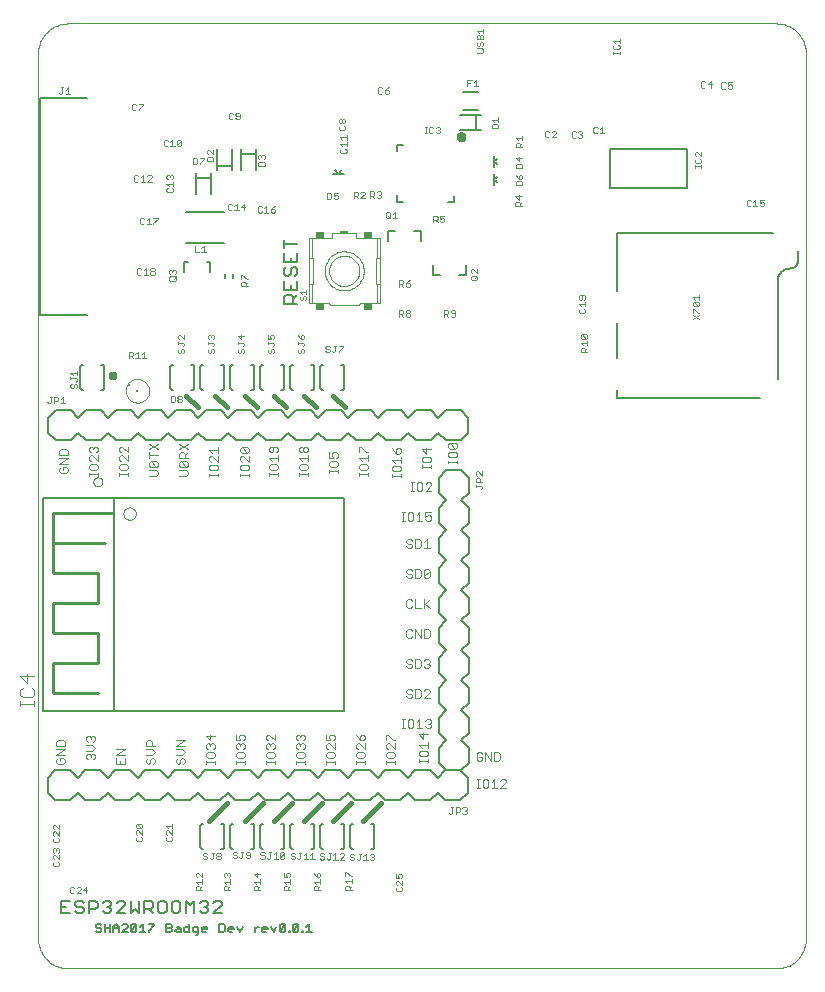
<source format=gto>
G75*
%MOIN*%
%OFA0B0*%
%FSLAX24Y24*%
%IPPOS*%
%LPD*%
%AMOC8*
5,1,8,0,0,1.08239X$1,22.5*
%
%ADD10C,0.0000*%
%ADD11C,0.0040*%
%ADD12C,0.0160*%
%ADD13C,0.0060*%
%ADD14C,0.0050*%
%ADD15C,0.0080*%
%ADD16C,0.0030*%
%ADD17R,0.0298X0.0216*%
%ADD18R,0.0304X0.0210*%
%ADD19R,0.0298X0.0210*%
%ADD20R,0.0298X0.0053*%
%ADD21R,0.0298X0.0216*%
%ADD22C,0.0098*%
%ADD23R,0.0079X0.0079*%
%ADD24C,0.0100*%
%ADD25C,0.0020*%
D10*
X000960Y001444D02*
X000960Y030972D01*
X000962Y031034D01*
X000968Y031095D01*
X000977Y031156D01*
X000991Y031217D01*
X001008Y031276D01*
X001029Y031334D01*
X001054Y031391D01*
X001082Y031446D01*
X001113Y031499D01*
X001148Y031550D01*
X001186Y031599D01*
X001227Y031646D01*
X001270Y031689D01*
X001317Y031730D01*
X001366Y031768D01*
X001417Y031803D01*
X001470Y031834D01*
X001525Y031862D01*
X001582Y031887D01*
X001640Y031908D01*
X001699Y031925D01*
X001760Y031939D01*
X001821Y031948D01*
X001882Y031954D01*
X001944Y031956D01*
X025567Y031956D01*
X025629Y031954D01*
X025690Y031948D01*
X025751Y031939D01*
X025812Y031925D01*
X025871Y031908D01*
X025929Y031887D01*
X025986Y031862D01*
X026041Y031834D01*
X026094Y031803D01*
X026145Y031768D01*
X026194Y031730D01*
X026241Y031689D01*
X026284Y031646D01*
X026325Y031599D01*
X026363Y031550D01*
X026398Y031499D01*
X026429Y031446D01*
X026457Y031391D01*
X026482Y031334D01*
X026503Y031276D01*
X026520Y031217D01*
X026534Y031156D01*
X026543Y031095D01*
X026549Y031034D01*
X026551Y030972D01*
X026551Y001444D01*
X026549Y001382D01*
X026543Y001321D01*
X026534Y001260D01*
X026520Y001199D01*
X026503Y001140D01*
X026482Y001082D01*
X026457Y001025D01*
X026429Y000970D01*
X026398Y000917D01*
X026363Y000866D01*
X026325Y000817D01*
X026284Y000770D01*
X026241Y000727D01*
X026194Y000686D01*
X026145Y000648D01*
X026094Y000613D01*
X026041Y000582D01*
X025986Y000554D01*
X025929Y000529D01*
X025871Y000508D01*
X025812Y000491D01*
X025751Y000477D01*
X025690Y000468D01*
X025629Y000462D01*
X025567Y000460D01*
X001944Y000460D01*
X001882Y000462D01*
X001821Y000468D01*
X001760Y000477D01*
X001699Y000491D01*
X001640Y000508D01*
X001582Y000529D01*
X001525Y000554D01*
X001470Y000582D01*
X001417Y000613D01*
X001366Y000648D01*
X001317Y000686D01*
X001270Y000727D01*
X001227Y000770D01*
X001186Y000817D01*
X001148Y000866D01*
X001113Y000917D01*
X001082Y000970D01*
X001054Y001025D01*
X001029Y001082D01*
X001008Y001140D01*
X000991Y001199D01*
X000977Y001260D01*
X000968Y001321D01*
X000962Y001382D01*
X000960Y001444D01*
X003799Y015619D02*
X003801Y015647D01*
X003807Y015675D01*
X003816Y015701D01*
X003829Y015727D01*
X003845Y015750D01*
X003865Y015770D01*
X003887Y015788D01*
X003911Y015803D01*
X003937Y015814D01*
X003964Y015822D01*
X003992Y015826D01*
X004020Y015826D01*
X004048Y015822D01*
X004075Y015814D01*
X004101Y015803D01*
X004125Y015788D01*
X004147Y015770D01*
X004167Y015750D01*
X004183Y015727D01*
X004196Y015701D01*
X004205Y015675D01*
X004211Y015647D01*
X004213Y015619D01*
X004211Y015591D01*
X004205Y015563D01*
X004196Y015537D01*
X004183Y015511D01*
X004167Y015488D01*
X004147Y015468D01*
X004125Y015450D01*
X004101Y015435D01*
X004075Y015424D01*
X004048Y015416D01*
X004020Y015412D01*
X003992Y015412D01*
X003964Y015416D01*
X003937Y015424D01*
X003911Y015435D01*
X003887Y015450D01*
X003865Y015468D01*
X003845Y015488D01*
X003829Y015511D01*
X003816Y015537D01*
X003807Y015563D01*
X003801Y015591D01*
X003799Y015619D01*
X002800Y016677D02*
X002802Y016701D01*
X002808Y016724D01*
X002817Y016746D01*
X002830Y016766D01*
X002845Y016784D01*
X002864Y016799D01*
X002885Y016811D01*
X002907Y016819D01*
X002930Y016824D01*
X002954Y016825D01*
X002978Y016822D01*
X003000Y016815D01*
X003022Y016805D01*
X003042Y016792D01*
X003059Y016775D01*
X003073Y016756D01*
X003084Y016735D01*
X003092Y016712D01*
X003096Y016689D01*
X003096Y016665D01*
X003092Y016642D01*
X003084Y016619D01*
X003073Y016598D01*
X003059Y016579D01*
X003042Y016562D01*
X003022Y016549D01*
X003000Y016539D01*
X002978Y016532D01*
X002954Y016529D01*
X002930Y016530D01*
X002907Y016535D01*
X002885Y016543D01*
X002864Y016555D01*
X002845Y016570D01*
X002830Y016588D01*
X002817Y016608D01*
X002808Y016630D01*
X002802Y016653D01*
X002800Y016677D01*
X003873Y019712D02*
X003875Y019751D01*
X003881Y019790D01*
X003891Y019828D01*
X003904Y019865D01*
X003921Y019900D01*
X003941Y019934D01*
X003965Y019965D01*
X003992Y019994D01*
X004021Y020020D01*
X004053Y020043D01*
X004087Y020063D01*
X004123Y020079D01*
X004160Y020091D01*
X004199Y020100D01*
X004238Y020105D01*
X004277Y020106D01*
X004316Y020103D01*
X004355Y020096D01*
X004392Y020085D01*
X004429Y020071D01*
X004464Y020053D01*
X004497Y020032D01*
X004528Y020007D01*
X004556Y019980D01*
X004581Y019950D01*
X004603Y019917D01*
X004622Y019883D01*
X004637Y019847D01*
X004649Y019809D01*
X004657Y019771D01*
X004661Y019732D01*
X004661Y019692D01*
X004657Y019653D01*
X004649Y019615D01*
X004637Y019577D01*
X004622Y019541D01*
X004603Y019507D01*
X004581Y019474D01*
X004556Y019444D01*
X004528Y019417D01*
X004497Y019392D01*
X004464Y019371D01*
X004429Y019353D01*
X004392Y019339D01*
X004355Y019328D01*
X004316Y019321D01*
X004277Y019318D01*
X004238Y019319D01*
X004199Y019324D01*
X004160Y019333D01*
X004123Y019345D01*
X004087Y019361D01*
X004053Y019381D01*
X004021Y019404D01*
X003992Y019430D01*
X003965Y019459D01*
X003941Y019490D01*
X003921Y019524D01*
X003904Y019559D01*
X003891Y019596D01*
X003881Y019634D01*
X003875Y019673D01*
X003873Y019712D01*
D11*
X003940Y017853D02*
X003940Y017666D01*
X003753Y017853D01*
X003707Y017853D01*
X003660Y017806D01*
X003660Y017712D01*
X003707Y017666D01*
X003707Y017558D02*
X003660Y017511D01*
X003660Y017418D01*
X003707Y017371D01*
X003707Y017263D02*
X003660Y017217D01*
X003660Y017123D01*
X003707Y017076D01*
X003894Y017076D01*
X003940Y017123D01*
X003940Y017217D01*
X003894Y017263D01*
X003707Y017263D01*
X003940Y017371D02*
X003753Y017558D01*
X003707Y017558D01*
X003940Y017558D02*
X003940Y017371D01*
X003940Y016973D02*
X003940Y016880D01*
X003940Y016927D02*
X003660Y016927D01*
X003660Y016973D02*
X003660Y016880D01*
X002940Y016880D02*
X002940Y016973D01*
X002940Y016927D02*
X002660Y016927D01*
X002660Y016973D02*
X002660Y016880D01*
X002707Y017076D02*
X002894Y017076D01*
X002940Y017123D01*
X002940Y017217D01*
X002894Y017263D01*
X002707Y017263D01*
X002660Y017217D01*
X002660Y017123D01*
X002707Y017076D01*
X002707Y017371D02*
X002660Y017418D01*
X002660Y017511D01*
X002707Y017558D01*
X002753Y017558D01*
X002940Y017371D01*
X002940Y017558D01*
X002894Y017666D02*
X002940Y017712D01*
X002940Y017806D01*
X002894Y017853D01*
X002847Y017853D01*
X002800Y017806D01*
X002800Y017759D01*
X002800Y017806D02*
X002753Y017853D01*
X002707Y017853D01*
X002660Y017806D01*
X002660Y017712D01*
X002707Y017666D01*
X001940Y017709D02*
X001894Y017756D01*
X001707Y017756D01*
X001660Y017709D01*
X001660Y017569D01*
X001940Y017569D01*
X001940Y017709D01*
X001940Y017461D02*
X001660Y017461D01*
X001660Y017275D02*
X001940Y017461D01*
X001940Y017275D02*
X001660Y017275D01*
X001707Y017167D02*
X001660Y017120D01*
X001660Y017027D01*
X001707Y016980D01*
X001894Y016980D01*
X001940Y017027D01*
X001940Y017120D01*
X001894Y017167D01*
X001800Y017167D01*
X001800Y017073D01*
X004660Y017067D02*
X004894Y017067D01*
X004940Y017020D01*
X004940Y016927D01*
X004894Y016880D01*
X004660Y016880D01*
X004707Y017175D02*
X004660Y017221D01*
X004660Y017315D01*
X004707Y017361D01*
X004894Y017175D01*
X004940Y017221D01*
X004940Y017315D01*
X004894Y017361D01*
X004707Y017361D01*
X004660Y017469D02*
X004660Y017656D01*
X004660Y017563D02*
X004940Y017563D01*
X004940Y017764D02*
X004660Y017951D01*
X004660Y017764D02*
X004940Y017951D01*
X005660Y017951D02*
X005940Y017764D01*
X005940Y017656D02*
X005847Y017563D01*
X005847Y017609D02*
X005847Y017469D01*
X005940Y017469D02*
X005660Y017469D01*
X005660Y017609D01*
X005707Y017656D01*
X005800Y017656D01*
X005847Y017609D01*
X005660Y017764D02*
X005940Y017951D01*
X005894Y017361D02*
X005707Y017361D01*
X005894Y017175D01*
X005940Y017221D01*
X005940Y017315D01*
X005894Y017361D01*
X005894Y017175D02*
X005707Y017175D01*
X005660Y017221D01*
X005660Y017315D01*
X005707Y017361D01*
X005660Y017067D02*
X005894Y017067D01*
X005940Y017020D01*
X005940Y016927D01*
X005894Y016880D01*
X005660Y016880D01*
X004894Y017175D02*
X004707Y017175D01*
X006660Y017198D02*
X006660Y017105D01*
X006707Y017058D01*
X006894Y017058D01*
X006940Y017105D01*
X006940Y017198D01*
X006894Y017245D01*
X006707Y017245D01*
X006660Y017198D01*
X006707Y017353D02*
X006660Y017400D01*
X006660Y017493D01*
X006707Y017540D01*
X006753Y017540D01*
X006940Y017353D01*
X006940Y017540D01*
X006940Y017648D02*
X006940Y017834D01*
X006940Y017741D02*
X006660Y017741D01*
X006753Y017648D01*
X006660Y016955D02*
X006660Y016862D01*
X006660Y016909D02*
X006940Y016909D01*
X006940Y016955D02*
X006940Y016862D01*
X007699Y016862D02*
X007699Y016955D01*
X007699Y016909D02*
X007980Y016909D01*
X007980Y016955D02*
X007980Y016862D01*
X007933Y017058D02*
X007980Y017105D01*
X007980Y017198D01*
X007933Y017245D01*
X007746Y017245D01*
X007699Y017198D01*
X007699Y017105D01*
X007746Y017058D01*
X007933Y017058D01*
X007980Y017353D02*
X007793Y017540D01*
X007746Y017540D01*
X007699Y017493D01*
X007699Y017400D01*
X007746Y017353D01*
X007980Y017353D02*
X007980Y017540D01*
X007933Y017648D02*
X007746Y017834D01*
X007933Y017834D01*
X007980Y017788D01*
X007980Y017694D01*
X007933Y017648D01*
X007746Y017648D01*
X007699Y017694D01*
X007699Y017788D01*
X007746Y017834D01*
X008660Y017806D02*
X008660Y017712D01*
X008707Y017666D01*
X008753Y017666D01*
X008800Y017712D01*
X008800Y017853D01*
X008707Y017853D02*
X008660Y017806D01*
X008707Y017853D02*
X008894Y017853D01*
X008940Y017806D01*
X008940Y017712D01*
X008894Y017666D01*
X008940Y017558D02*
X008940Y017371D01*
X008940Y017464D02*
X008660Y017464D01*
X008753Y017371D01*
X008707Y017263D02*
X008660Y017217D01*
X008660Y017123D01*
X008707Y017076D01*
X008894Y017076D01*
X008940Y017123D01*
X008940Y017217D01*
X008894Y017263D01*
X008707Y017263D01*
X008660Y016973D02*
X008660Y016880D01*
X008660Y016927D02*
X008940Y016927D01*
X008940Y016973D02*
X008940Y016880D01*
X009660Y016880D02*
X009660Y016973D01*
X009660Y016927D02*
X009940Y016927D01*
X009940Y016973D02*
X009940Y016880D01*
X009894Y017076D02*
X009940Y017123D01*
X009940Y017217D01*
X009894Y017263D01*
X009707Y017263D01*
X009660Y017217D01*
X009660Y017123D01*
X009707Y017076D01*
X009894Y017076D01*
X009940Y017371D02*
X009940Y017558D01*
X009940Y017464D02*
X009660Y017464D01*
X009753Y017371D01*
X009753Y017666D02*
X009707Y017666D01*
X009660Y017712D01*
X009660Y017806D01*
X009707Y017853D01*
X009753Y017853D01*
X009800Y017806D01*
X009800Y017712D01*
X009753Y017666D01*
X009800Y017712D02*
X009847Y017666D01*
X009894Y017666D01*
X009940Y017712D01*
X009940Y017806D01*
X009894Y017853D01*
X009847Y017853D01*
X009800Y017806D01*
X010660Y017658D02*
X010660Y017471D01*
X010800Y017471D01*
X010753Y017564D01*
X010753Y017611D01*
X010800Y017658D01*
X010894Y017658D01*
X010940Y017611D01*
X010940Y017518D01*
X010894Y017471D01*
X010894Y017363D02*
X010707Y017363D01*
X010660Y017317D01*
X010660Y017223D01*
X010707Y017176D01*
X010894Y017176D01*
X010940Y017223D01*
X010940Y017317D01*
X010894Y017363D01*
X010940Y017073D02*
X010940Y016980D01*
X010940Y017027D02*
X010660Y017027D01*
X010660Y017073D02*
X010660Y016980D01*
X011660Y016973D02*
X011660Y016880D01*
X011660Y016927D02*
X011940Y016927D01*
X011940Y016973D02*
X011940Y016880D01*
X011894Y017076D02*
X011940Y017123D01*
X011940Y017217D01*
X011894Y017263D01*
X011707Y017263D01*
X011660Y017217D01*
X011660Y017123D01*
X011707Y017076D01*
X011894Y017076D01*
X011940Y017371D02*
X011940Y017558D01*
X011940Y017464D02*
X011660Y017464D01*
X011753Y017371D01*
X011660Y017666D02*
X011660Y017853D01*
X011707Y017853D01*
X011894Y017666D01*
X011940Y017666D01*
X012760Y017803D02*
X012807Y017709D01*
X012900Y017616D01*
X012900Y017756D01*
X012947Y017803D01*
X012994Y017803D01*
X013040Y017756D01*
X013040Y017662D01*
X012994Y017616D01*
X012900Y017616D01*
X013040Y017508D02*
X013040Y017321D01*
X013040Y017414D02*
X012760Y017414D01*
X012853Y017321D01*
X012807Y017213D02*
X012994Y017213D01*
X013040Y017167D01*
X013040Y017073D01*
X012994Y017026D01*
X012807Y017026D01*
X012760Y017073D01*
X012760Y017167D01*
X012807Y017213D01*
X012760Y016923D02*
X012760Y016830D01*
X012760Y016877D02*
X013040Y016877D01*
X013040Y016923D02*
X013040Y016830D01*
X013380Y016660D02*
X013474Y016660D01*
X013427Y016660D02*
X013427Y016380D01*
X013380Y016380D02*
X013474Y016380D01*
X013577Y016427D02*
X013623Y016380D01*
X013717Y016380D01*
X013763Y016427D01*
X013763Y016614D01*
X013717Y016660D01*
X013623Y016660D01*
X013577Y016614D01*
X013577Y016427D01*
X013871Y016380D02*
X014058Y016567D01*
X014058Y016614D01*
X014011Y016660D01*
X013918Y016660D01*
X013871Y016614D01*
X013871Y016380D02*
X014058Y016380D01*
X014053Y015660D02*
X013866Y015660D01*
X013866Y015520D01*
X013959Y015567D01*
X014006Y015567D01*
X014053Y015520D01*
X014053Y015427D01*
X014006Y015380D01*
X013913Y015380D01*
X013866Y015427D01*
X013758Y015380D02*
X013571Y015380D01*
X013665Y015380D02*
X013665Y015660D01*
X013571Y015567D01*
X013463Y015614D02*
X013417Y015660D01*
X013323Y015660D01*
X013277Y015614D01*
X013277Y015427D01*
X013323Y015380D01*
X013417Y015380D01*
X013463Y015427D01*
X013463Y015614D01*
X013174Y015660D02*
X013080Y015660D01*
X013127Y015660D02*
X013127Y015380D01*
X013080Y015380D02*
X013174Y015380D01*
X013277Y014760D02*
X013230Y014714D01*
X013230Y014667D01*
X013277Y014620D01*
X013370Y014620D01*
X013417Y014573D01*
X013417Y014527D01*
X013370Y014480D01*
X013277Y014480D01*
X013230Y014527D01*
X013277Y014760D02*
X013370Y014760D01*
X013417Y014714D01*
X013525Y014760D02*
X013525Y014480D01*
X013665Y014480D01*
X013712Y014527D01*
X013712Y014714D01*
X013665Y014760D01*
X013525Y014760D01*
X013820Y014667D02*
X013913Y014760D01*
X013913Y014480D01*
X013820Y014480D02*
X014006Y014480D01*
X013960Y013760D02*
X014006Y013714D01*
X013820Y013527D01*
X013866Y013480D01*
X013960Y013480D01*
X014006Y013527D01*
X014006Y013714D01*
X013960Y013760D02*
X013866Y013760D01*
X013820Y013714D01*
X013820Y013527D01*
X013712Y013527D02*
X013712Y013714D01*
X013665Y013760D01*
X013525Y013760D01*
X013525Y013480D01*
X013665Y013480D01*
X013712Y013527D01*
X013417Y013527D02*
X013370Y013480D01*
X013277Y013480D01*
X013230Y013527D01*
X013277Y013620D02*
X013370Y013620D01*
X013417Y013573D01*
X013417Y013527D01*
X013277Y013620D02*
X013230Y013667D01*
X013230Y013714D01*
X013277Y013760D01*
X013370Y013760D01*
X013417Y013714D01*
X013370Y012760D02*
X013277Y012760D01*
X013230Y012714D01*
X013230Y012527D01*
X013277Y012480D01*
X013370Y012480D01*
X013417Y012527D01*
X013525Y012480D02*
X013525Y012760D01*
X013417Y012714D02*
X013370Y012760D01*
X013525Y012480D02*
X013712Y012480D01*
X013820Y012480D02*
X013820Y012760D01*
X013866Y012620D02*
X014006Y012480D01*
X013820Y012573D02*
X014006Y012760D01*
X013960Y011760D02*
X013820Y011760D01*
X013820Y011480D01*
X013960Y011480D01*
X014006Y011527D01*
X014006Y011714D01*
X013960Y011760D01*
X013712Y011760D02*
X013712Y011480D01*
X013525Y011760D01*
X013525Y011480D01*
X013417Y011527D02*
X013370Y011480D01*
X013277Y011480D01*
X013230Y011527D01*
X013230Y011714D01*
X013277Y011760D01*
X013370Y011760D01*
X013417Y011714D01*
X013370Y010760D02*
X013277Y010760D01*
X013230Y010714D01*
X013230Y010667D01*
X013277Y010620D01*
X013370Y010620D01*
X013417Y010573D01*
X013417Y010527D01*
X013370Y010480D01*
X013277Y010480D01*
X013230Y010527D01*
X013417Y010714D02*
X013370Y010760D01*
X013525Y010760D02*
X013525Y010480D01*
X013665Y010480D01*
X013712Y010527D01*
X013712Y010714D01*
X013665Y010760D01*
X013525Y010760D01*
X013820Y010714D02*
X013866Y010760D01*
X013960Y010760D01*
X014006Y010714D01*
X014006Y010667D01*
X013960Y010620D01*
X014006Y010573D01*
X014006Y010527D01*
X013960Y010480D01*
X013866Y010480D01*
X013820Y010527D01*
X013913Y010620D02*
X013960Y010620D01*
X013960Y009760D02*
X013866Y009760D01*
X013820Y009714D01*
X013712Y009714D02*
X013665Y009760D01*
X013525Y009760D01*
X013525Y009480D01*
X013665Y009480D01*
X013712Y009527D01*
X013712Y009714D01*
X013960Y009760D02*
X014006Y009714D01*
X014006Y009667D01*
X013820Y009480D01*
X014006Y009480D01*
X014006Y008760D02*
X013913Y008760D01*
X013866Y008714D01*
X013959Y008620D02*
X014006Y008620D01*
X014053Y008573D01*
X014053Y008527D01*
X014006Y008480D01*
X013913Y008480D01*
X013866Y008527D01*
X013758Y008480D02*
X013571Y008480D01*
X013665Y008480D02*
X013665Y008760D01*
X013571Y008667D01*
X013463Y008714D02*
X013417Y008760D01*
X013323Y008760D01*
X013277Y008714D01*
X013277Y008527D01*
X013323Y008480D01*
X013417Y008480D01*
X013463Y008527D01*
X013463Y008714D01*
X013174Y008760D02*
X013080Y008760D01*
X013127Y008760D02*
X013127Y008480D01*
X013080Y008480D02*
X013174Y008480D01*
X013660Y008256D02*
X013800Y008116D01*
X013800Y008303D01*
X013940Y008256D02*
X013660Y008256D01*
X013660Y007914D02*
X013940Y007914D01*
X013940Y007821D02*
X013940Y008008D01*
X013753Y007821D02*
X013660Y007914D01*
X013707Y007713D02*
X013660Y007667D01*
X013660Y007573D01*
X013707Y007526D01*
X013894Y007526D01*
X013940Y007573D01*
X013940Y007667D01*
X013894Y007713D01*
X013707Y007713D01*
X013660Y007423D02*
X013660Y007330D01*
X013660Y007377D02*
X013940Y007377D01*
X013940Y007423D02*
X013940Y007330D01*
X012840Y007327D02*
X012560Y007327D01*
X012560Y007373D02*
X012560Y007280D01*
X012607Y007476D02*
X012560Y007523D01*
X012560Y007617D01*
X012607Y007663D01*
X012794Y007663D01*
X012840Y007617D01*
X012840Y007523D01*
X012794Y007476D01*
X012607Y007476D01*
X012840Y007373D02*
X012840Y007280D01*
X012840Y007771D02*
X012653Y007958D01*
X012607Y007958D01*
X012560Y007911D01*
X012560Y007818D01*
X012607Y007771D01*
X012840Y007771D02*
X012840Y007958D01*
X012840Y008066D02*
X012794Y008066D01*
X012607Y008253D01*
X012560Y008253D01*
X012560Y008066D01*
X011840Y008112D02*
X011794Y008066D01*
X011700Y008066D01*
X011700Y008206D01*
X011747Y008253D01*
X011794Y008253D01*
X011840Y008206D01*
X011840Y008112D01*
X011700Y008066D02*
X011607Y008159D01*
X011560Y008253D01*
X011607Y007958D02*
X011560Y007911D01*
X011560Y007818D01*
X011607Y007771D01*
X011607Y007663D02*
X011560Y007617D01*
X011560Y007523D01*
X011607Y007476D01*
X011794Y007476D01*
X011840Y007523D01*
X011840Y007617D01*
X011794Y007663D01*
X011607Y007663D01*
X011840Y007771D02*
X011653Y007958D01*
X011607Y007958D01*
X011840Y007958D02*
X011840Y007771D01*
X011840Y007373D02*
X011840Y007280D01*
X011840Y007327D02*
X011560Y007327D01*
X011560Y007373D02*
X011560Y007280D01*
X010840Y007280D02*
X010840Y007373D01*
X010840Y007327D02*
X010560Y007327D01*
X010560Y007373D02*
X010560Y007280D01*
X010607Y007476D02*
X010560Y007523D01*
X010560Y007617D01*
X010607Y007663D01*
X010794Y007663D01*
X010840Y007617D01*
X010840Y007523D01*
X010794Y007476D01*
X010607Y007476D01*
X010607Y007771D02*
X010560Y007818D01*
X010560Y007911D01*
X010607Y007958D01*
X010653Y007958D01*
X010840Y007771D01*
X010840Y007958D01*
X010794Y008066D02*
X010840Y008112D01*
X010840Y008206D01*
X010794Y008253D01*
X010700Y008253D01*
X010653Y008206D01*
X010653Y008159D01*
X010700Y008066D01*
X010560Y008066D01*
X010560Y008253D01*
X009840Y008206D02*
X009840Y008112D01*
X009794Y008066D01*
X009794Y007958D02*
X009840Y007911D01*
X009840Y007818D01*
X009794Y007771D01*
X009794Y007663D02*
X009607Y007663D01*
X009560Y007617D01*
X009560Y007523D01*
X009607Y007476D01*
X009794Y007476D01*
X009840Y007523D01*
X009840Y007617D01*
X009794Y007663D01*
X009607Y007771D02*
X009560Y007818D01*
X009560Y007911D01*
X009607Y007958D01*
X009653Y007958D01*
X009700Y007911D01*
X009747Y007958D01*
X009794Y007958D01*
X009700Y007911D02*
X009700Y007864D01*
X009607Y008066D02*
X009560Y008112D01*
X009560Y008206D01*
X009607Y008253D01*
X009653Y008253D01*
X009700Y008206D01*
X009747Y008253D01*
X009794Y008253D01*
X009840Y008206D01*
X009700Y008206D02*
X009700Y008159D01*
X009560Y007373D02*
X009560Y007280D01*
X009560Y007327D02*
X009840Y007327D01*
X009840Y007373D02*
X009840Y007280D01*
X008840Y007280D02*
X008840Y007373D01*
X008840Y007327D02*
X008560Y007327D01*
X008560Y007373D02*
X008560Y007280D01*
X008607Y007476D02*
X008560Y007523D01*
X008560Y007617D01*
X008607Y007663D01*
X008794Y007663D01*
X008840Y007617D01*
X008840Y007523D01*
X008794Y007476D01*
X008607Y007476D01*
X008607Y007771D02*
X008560Y007818D01*
X008560Y007911D01*
X008607Y007958D01*
X008653Y007958D01*
X008700Y007911D01*
X008747Y007958D01*
X008794Y007958D01*
X008840Y007911D01*
X008840Y007818D01*
X008794Y007771D01*
X008700Y007864D02*
X008700Y007911D01*
X008607Y008066D02*
X008560Y008112D01*
X008560Y008206D01*
X008607Y008253D01*
X008653Y008253D01*
X008840Y008066D01*
X008840Y008253D01*
X007840Y008206D02*
X007840Y008112D01*
X007794Y008066D01*
X007700Y008066D02*
X007653Y008159D01*
X007653Y008206D01*
X007700Y008253D01*
X007794Y008253D01*
X007840Y008206D01*
X007700Y008066D02*
X007560Y008066D01*
X007560Y008253D01*
X007607Y007958D02*
X007653Y007958D01*
X007700Y007911D01*
X007747Y007958D01*
X007794Y007958D01*
X007840Y007911D01*
X007840Y007818D01*
X007794Y007771D01*
X007794Y007663D02*
X007607Y007663D01*
X007560Y007617D01*
X007560Y007523D01*
X007607Y007476D01*
X007794Y007476D01*
X007840Y007523D01*
X007840Y007617D01*
X007794Y007663D01*
X007607Y007771D02*
X007560Y007818D01*
X007560Y007911D01*
X007607Y007958D01*
X007700Y007911D02*
X007700Y007864D01*
X007560Y007373D02*
X007560Y007280D01*
X007560Y007327D02*
X007840Y007327D01*
X007840Y007373D02*
X007840Y007280D01*
X006840Y007280D02*
X006840Y007373D01*
X006840Y007327D02*
X006560Y007327D01*
X006560Y007373D02*
X006560Y007280D01*
X006607Y007476D02*
X006560Y007523D01*
X006560Y007617D01*
X006607Y007663D01*
X006794Y007663D01*
X006840Y007617D01*
X006840Y007523D01*
X006794Y007476D01*
X006607Y007476D01*
X006607Y007771D02*
X006560Y007818D01*
X006560Y007911D01*
X006607Y007958D01*
X006653Y007958D01*
X006700Y007911D01*
X006747Y007958D01*
X006794Y007958D01*
X006840Y007911D01*
X006840Y007818D01*
X006794Y007771D01*
X006700Y007864D02*
X006700Y007911D01*
X006700Y008066D02*
X006700Y008253D01*
X006840Y008206D02*
X006560Y008206D01*
X006700Y008066D01*
X005840Y008056D02*
X005560Y008056D01*
X005560Y007869D02*
X005840Y008056D01*
X005840Y007869D02*
X005560Y007869D01*
X005560Y007761D02*
X005747Y007761D01*
X005840Y007668D01*
X005747Y007575D01*
X005560Y007575D01*
X005607Y007467D02*
X005560Y007420D01*
X005560Y007327D01*
X005607Y007280D01*
X005653Y007280D01*
X005700Y007327D01*
X005700Y007420D01*
X005747Y007467D01*
X005794Y007467D01*
X005840Y007420D01*
X005840Y007327D01*
X005794Y007280D01*
X004840Y007327D02*
X004794Y007280D01*
X004840Y007327D02*
X004840Y007420D01*
X004794Y007467D01*
X004747Y007467D01*
X004700Y007420D01*
X004700Y007327D01*
X004653Y007280D01*
X004607Y007280D01*
X004560Y007327D01*
X004560Y007420D01*
X004607Y007467D01*
X004560Y007575D02*
X004747Y007575D01*
X004840Y007668D01*
X004747Y007761D01*
X004560Y007761D01*
X004560Y007869D02*
X004560Y008009D01*
X004607Y008056D01*
X004700Y008056D01*
X004747Y008009D01*
X004747Y007869D01*
X004840Y007869D02*
X004560Y007869D01*
X003840Y007761D02*
X003560Y007761D01*
X003560Y007575D02*
X003840Y007761D01*
X003840Y007575D02*
X003560Y007575D01*
X003560Y007467D02*
X003560Y007280D01*
X003840Y007280D01*
X003840Y007467D01*
X003700Y007373D02*
X003700Y007280D01*
X002846Y007473D02*
X002799Y007426D01*
X002846Y007473D02*
X002846Y007567D01*
X002799Y007613D01*
X002752Y007613D01*
X002706Y007567D01*
X002706Y007520D01*
X002706Y007567D02*
X002659Y007613D01*
X002612Y007613D01*
X002566Y007567D01*
X002566Y007473D01*
X002612Y007426D01*
X002566Y007721D02*
X002752Y007721D01*
X002846Y007815D01*
X002752Y007908D01*
X002566Y007908D01*
X002612Y008016D02*
X002566Y008062D01*
X002566Y008156D01*
X002612Y008203D01*
X002659Y008203D01*
X002706Y008156D01*
X002752Y008203D01*
X002799Y008203D01*
X002846Y008156D01*
X002846Y008062D01*
X002799Y008016D01*
X002706Y008109D02*
X002706Y008156D01*
X001840Y008009D02*
X001794Y008056D01*
X001607Y008056D01*
X001560Y008009D01*
X001560Y007869D01*
X001840Y007869D01*
X001840Y008009D01*
X001840Y007761D02*
X001560Y007761D01*
X001560Y007575D02*
X001840Y007761D01*
X001840Y007575D02*
X001560Y007575D01*
X001607Y007467D02*
X001560Y007420D01*
X001560Y007327D01*
X001607Y007280D01*
X001794Y007280D01*
X001840Y007327D01*
X001840Y007420D01*
X001794Y007467D01*
X001700Y007467D01*
X001700Y007373D01*
X000822Y009204D02*
X000822Y009358D01*
X000822Y009281D02*
X000362Y009281D01*
X000362Y009204D02*
X000362Y009358D01*
X000438Y009511D02*
X000745Y009511D01*
X000822Y009588D01*
X000822Y009742D01*
X000745Y009818D01*
X000592Y009972D02*
X000592Y010279D01*
X000822Y010202D02*
X000362Y010202D01*
X000592Y009972D01*
X000438Y009818D02*
X000362Y009742D01*
X000362Y009588D01*
X000438Y009511D01*
X009980Y022623D02*
X010640Y022623D01*
X010687Y022576D01*
X011639Y022576D01*
X011686Y022623D01*
X012341Y022623D01*
X012341Y024797D01*
X011546Y024797D01*
X011546Y024960D01*
X010769Y024960D01*
X010769Y024797D01*
X009980Y024797D01*
X009980Y022623D01*
X010073Y022647D02*
X010073Y023266D01*
X010114Y023283D02*
X010003Y023283D01*
X010114Y023283D02*
X010114Y024131D01*
X010073Y024131D01*
X009997Y024131D01*
X010073Y024131D02*
X010073Y024779D01*
X010511Y023710D02*
X010513Y023760D01*
X010519Y023810D01*
X010528Y023860D01*
X010542Y023908D01*
X010559Y023955D01*
X010580Y024001D01*
X010604Y024045D01*
X010632Y024087D01*
X010663Y024127D01*
X010697Y024164D01*
X010733Y024199D01*
X010772Y024231D01*
X010814Y024259D01*
X010858Y024284D01*
X010903Y024306D01*
X010950Y024324D01*
X010998Y024338D01*
X011047Y024349D01*
X011097Y024356D01*
X011147Y024359D01*
X011198Y024358D01*
X011248Y024353D01*
X011297Y024344D01*
X011346Y024332D01*
X011394Y024315D01*
X011440Y024296D01*
X011484Y024272D01*
X011527Y024245D01*
X011567Y024215D01*
X011605Y024182D01*
X011641Y024146D01*
X011673Y024108D01*
X011702Y024067D01*
X011728Y024024D01*
X011751Y023979D01*
X011770Y023932D01*
X011785Y023884D01*
X011797Y023835D01*
X011805Y023785D01*
X011809Y023735D01*
X011809Y023685D01*
X011805Y023635D01*
X011797Y023585D01*
X011785Y023536D01*
X011770Y023488D01*
X011751Y023441D01*
X011728Y023396D01*
X011702Y023353D01*
X011673Y023312D01*
X011641Y023274D01*
X011605Y023238D01*
X011567Y023205D01*
X011527Y023175D01*
X011485Y023148D01*
X011440Y023124D01*
X011394Y023105D01*
X011346Y023088D01*
X011297Y023076D01*
X011248Y023067D01*
X011198Y023062D01*
X011147Y023061D01*
X011097Y023064D01*
X011047Y023071D01*
X010998Y023082D01*
X010950Y023096D01*
X010903Y023114D01*
X010858Y023136D01*
X010814Y023161D01*
X010772Y023189D01*
X010733Y023221D01*
X010697Y023256D01*
X010663Y023293D01*
X010632Y023333D01*
X010604Y023375D01*
X010580Y023419D01*
X010559Y023465D01*
X010542Y023512D01*
X010528Y023560D01*
X010519Y023610D01*
X010513Y023660D01*
X010511Y023710D01*
X010657Y023710D02*
X010659Y023754D01*
X010665Y023799D01*
X010675Y023842D01*
X010688Y023884D01*
X010705Y023925D01*
X010726Y023965D01*
X010750Y024002D01*
X010778Y024037D01*
X010808Y024070D01*
X010841Y024099D01*
X010877Y024126D01*
X010915Y024149D01*
X010955Y024169D01*
X010996Y024186D01*
X011039Y024198D01*
X011082Y024207D01*
X011127Y024212D01*
X011171Y024213D01*
X011216Y024210D01*
X011259Y024203D01*
X011303Y024192D01*
X011345Y024178D01*
X011385Y024160D01*
X011424Y024138D01*
X011461Y024113D01*
X011495Y024085D01*
X011527Y024054D01*
X011556Y024020D01*
X011582Y023984D01*
X011605Y023945D01*
X011624Y023905D01*
X011639Y023863D01*
X011651Y023820D01*
X011659Y023777D01*
X011663Y023732D01*
X011663Y023688D01*
X011659Y023643D01*
X011651Y023600D01*
X011639Y023557D01*
X011624Y023515D01*
X011605Y023475D01*
X011582Y023436D01*
X011556Y023400D01*
X011527Y023366D01*
X011495Y023335D01*
X011461Y023307D01*
X011424Y023282D01*
X011385Y023260D01*
X011345Y023242D01*
X011303Y023228D01*
X011259Y023217D01*
X011216Y023210D01*
X011171Y023207D01*
X011127Y023208D01*
X011082Y023213D01*
X011039Y023222D01*
X010996Y023234D01*
X010955Y023251D01*
X010915Y023271D01*
X010877Y023294D01*
X010841Y023321D01*
X010808Y023350D01*
X010778Y023383D01*
X010750Y023418D01*
X010726Y023455D01*
X010705Y023495D01*
X010688Y023536D01*
X010675Y023578D01*
X010665Y023621D01*
X010659Y023666D01*
X010657Y023710D01*
X012206Y024131D02*
X012206Y023283D01*
X012317Y023283D01*
X012247Y023266D02*
X012247Y022647D01*
X012247Y024131D02*
X012323Y024131D01*
X012247Y024131D02*
X012206Y024131D01*
X012247Y024131D02*
X012247Y024779D01*
X014677Y017972D02*
X014864Y017785D01*
X014910Y017832D01*
X014910Y017925D01*
X014864Y017972D01*
X014677Y017972D01*
X014630Y017925D01*
X014630Y017832D01*
X014677Y017785D01*
X014864Y017785D01*
X014864Y017678D02*
X014677Y017678D01*
X014630Y017631D01*
X014630Y017537D01*
X014677Y017491D01*
X014864Y017491D01*
X014910Y017537D01*
X014910Y017631D01*
X014864Y017678D01*
X014910Y017388D02*
X014910Y017294D01*
X014910Y017341D02*
X014630Y017341D01*
X014630Y017294D02*
X014630Y017388D01*
X014040Y017373D02*
X014040Y017467D01*
X013994Y017513D01*
X013807Y017513D01*
X013760Y017467D01*
X013760Y017373D01*
X013807Y017326D01*
X013994Y017326D01*
X014040Y017373D01*
X014040Y017223D02*
X014040Y017130D01*
X014040Y017177D02*
X013760Y017177D01*
X013760Y017223D02*
X013760Y017130D01*
X013900Y017621D02*
X013900Y017808D01*
X013760Y017761D02*
X013900Y017621D01*
X014040Y017761D02*
X013760Y017761D01*
X013370Y009760D02*
X013277Y009760D01*
X013230Y009714D01*
X013230Y009667D01*
X013277Y009620D01*
X013370Y009620D01*
X013417Y009573D01*
X013417Y009527D01*
X013370Y009480D01*
X013277Y009480D01*
X013230Y009527D01*
X013417Y009714D02*
X013370Y009760D01*
X014006Y008760D02*
X014053Y008714D01*
X014053Y008667D01*
X014006Y008620D01*
X015570Y007614D02*
X015570Y007427D01*
X015616Y007380D01*
X015710Y007380D01*
X015756Y007427D01*
X015756Y007520D01*
X015663Y007520D01*
X015570Y007614D02*
X015616Y007660D01*
X015710Y007660D01*
X015756Y007614D01*
X015864Y007660D02*
X016051Y007380D01*
X016051Y007660D01*
X016159Y007660D02*
X016299Y007660D01*
X016346Y007614D01*
X016346Y007427D01*
X016299Y007380D01*
X016159Y007380D01*
X016159Y007660D01*
X015864Y007660D02*
X015864Y007380D01*
X015823Y006760D02*
X015777Y006714D01*
X015777Y006527D01*
X015823Y006480D01*
X015917Y006480D01*
X015963Y006527D01*
X015963Y006714D01*
X015917Y006760D01*
X015823Y006760D01*
X015674Y006760D02*
X015580Y006760D01*
X015627Y006760D02*
X015627Y006480D01*
X015580Y006480D02*
X015674Y006480D01*
X016071Y006480D02*
X016258Y006480D01*
X016165Y006480D02*
X016165Y006760D01*
X016071Y006667D01*
X016366Y006714D02*
X016413Y006760D01*
X016506Y006760D01*
X016553Y006714D01*
X016553Y006667D01*
X016366Y006480D01*
X016553Y006480D01*
D12*
X012378Y005972D02*
X011787Y005381D01*
X011393Y005972D02*
X010803Y005381D01*
X010409Y005972D02*
X009819Y005381D01*
X009425Y005972D02*
X008834Y005381D01*
X008441Y005972D02*
X007850Y005381D01*
X007259Y005972D02*
X006669Y005381D01*
X006275Y019161D02*
X005881Y019554D01*
X006866Y019554D02*
X007259Y019161D01*
X007850Y019554D02*
X008244Y019161D01*
X008834Y019554D02*
X009228Y019161D01*
X009819Y019554D02*
X010212Y019161D01*
X010803Y019554D02*
X011196Y019161D01*
X003385Y020224D02*
X003387Y020238D01*
X003393Y020252D01*
X003401Y020264D01*
X003413Y020272D01*
X003427Y020278D01*
X003441Y020280D01*
X003455Y020278D01*
X003469Y020272D01*
X003481Y020264D01*
X003489Y020252D01*
X003495Y020238D01*
X003497Y020224D01*
X003495Y020210D01*
X003489Y020196D01*
X003481Y020184D01*
X003469Y020176D01*
X003455Y020170D01*
X003441Y020168D01*
X003427Y020170D01*
X003413Y020176D01*
X003401Y020184D01*
X003393Y020196D01*
X003387Y020210D01*
X003385Y020224D01*
X014976Y028177D02*
X014978Y028195D01*
X014984Y028211D01*
X014993Y028226D01*
X015006Y028239D01*
X015021Y028248D01*
X015037Y028254D01*
X015055Y028256D01*
X015073Y028254D01*
X015089Y028248D01*
X015104Y028239D01*
X015117Y028226D01*
X015126Y028211D01*
X015132Y028195D01*
X015134Y028177D01*
X015132Y028159D01*
X015126Y028143D01*
X015117Y028128D01*
X015104Y028115D01*
X015089Y028106D01*
X015073Y028100D01*
X015055Y028098D01*
X015037Y028100D01*
X015021Y028106D01*
X015006Y028115D01*
X014993Y028128D01*
X014984Y028143D01*
X014978Y028159D01*
X014976Y028177D01*
D13*
X009592Y024604D02*
X009151Y024604D01*
X009151Y024458D02*
X009151Y024751D01*
X009151Y024291D02*
X009151Y023997D01*
X009592Y023997D01*
X009592Y024291D01*
X009371Y024144D02*
X009371Y023997D01*
X009445Y023830D02*
X009371Y023757D01*
X009371Y023610D01*
X009298Y023537D01*
X009225Y023537D01*
X009151Y023610D01*
X009151Y023757D01*
X009225Y023830D01*
X009445Y023830D02*
X009518Y023830D01*
X009592Y023757D01*
X009592Y023610D01*
X009518Y023537D01*
X009592Y023370D02*
X009592Y023076D01*
X009151Y023076D01*
X009151Y023370D01*
X009371Y023223D02*
X009371Y023076D01*
X009371Y022910D02*
X009445Y022836D01*
X009445Y022616D01*
X009592Y022616D02*
X009151Y022616D01*
X009151Y022836D01*
X009225Y022910D01*
X009371Y022910D01*
X009445Y022763D02*
X009592Y022910D01*
X007461Y023469D02*
X007461Y023609D01*
X007181Y023609D02*
X007181Y023469D01*
D14*
X002600Y022238D02*
X001025Y022238D01*
X001025Y029482D01*
X002600Y029482D01*
X003480Y016129D02*
X001118Y016129D01*
X001118Y009043D01*
X003480Y009043D01*
X003480Y016129D01*
X011157Y016129D01*
X011157Y009043D01*
X003480Y009043D01*
X003554Y001936D02*
X003644Y001846D01*
X003644Y001666D01*
X003759Y001666D02*
X003939Y001846D01*
X003939Y001891D01*
X003894Y001936D01*
X003804Y001936D01*
X003759Y001891D01*
X003644Y001801D02*
X003464Y001801D01*
X003464Y001846D02*
X003554Y001936D01*
X003464Y001846D02*
X003464Y001666D01*
X003350Y001666D02*
X003350Y001936D01*
X003350Y001801D02*
X003170Y001801D01*
X003055Y001756D02*
X003055Y001711D01*
X003010Y001666D01*
X002920Y001666D01*
X002875Y001711D01*
X002920Y001801D02*
X003010Y001801D01*
X003055Y001756D01*
X003055Y001891D02*
X003010Y001936D01*
X002920Y001936D01*
X002875Y001891D01*
X002875Y001846D01*
X002920Y001801D01*
X003170Y001666D02*
X003170Y001936D01*
X003759Y001666D02*
X003939Y001666D01*
X004054Y001711D02*
X004234Y001891D01*
X004234Y001711D01*
X004189Y001666D01*
X004099Y001666D01*
X004054Y001711D01*
X004054Y001891D01*
X004099Y001936D01*
X004189Y001936D01*
X004234Y001891D01*
X004348Y001846D02*
X004438Y001936D01*
X004438Y001666D01*
X004348Y001666D02*
X004528Y001666D01*
X004643Y001666D02*
X004643Y001711D01*
X004823Y001891D01*
X004823Y001936D01*
X004643Y001936D01*
X005232Y001936D02*
X005367Y001936D01*
X005412Y001891D01*
X005412Y001846D01*
X005367Y001801D01*
X005232Y001801D01*
X005232Y001666D02*
X005367Y001666D01*
X005412Y001711D01*
X005412Y001756D01*
X005367Y001801D01*
X005527Y001711D02*
X005572Y001756D01*
X005707Y001756D01*
X005707Y001801D02*
X005707Y001666D01*
X005572Y001666D01*
X005527Y001711D01*
X005572Y001846D02*
X005662Y001846D01*
X005707Y001801D01*
X005822Y001801D02*
X005867Y001846D01*
X006002Y001846D01*
X006002Y001936D02*
X006002Y001666D01*
X005867Y001666D01*
X005822Y001711D01*
X005822Y001801D01*
X006116Y001801D02*
X006116Y001711D01*
X006161Y001666D01*
X006296Y001666D01*
X006296Y001621D02*
X006296Y001846D01*
X006161Y001846D01*
X006116Y001801D01*
X006206Y001576D02*
X006251Y001576D01*
X006296Y001621D01*
X006411Y001711D02*
X006411Y001801D01*
X006456Y001846D01*
X006546Y001846D01*
X006591Y001801D01*
X006591Y001756D01*
X006411Y001756D01*
X006411Y001711D02*
X006456Y001666D01*
X006546Y001666D01*
X007000Y001666D02*
X007135Y001666D01*
X007180Y001711D01*
X007180Y001891D01*
X007135Y001936D01*
X007000Y001936D01*
X007000Y001666D01*
X007295Y001711D02*
X007295Y001801D01*
X007340Y001846D01*
X007430Y001846D01*
X007475Y001801D01*
X007475Y001756D01*
X007295Y001756D01*
X007295Y001711D02*
X007340Y001666D01*
X007430Y001666D01*
X007589Y001846D02*
X007680Y001666D01*
X007770Y001846D01*
X008179Y001846D02*
X008179Y001666D01*
X008179Y001756D02*
X008269Y001846D01*
X008314Y001846D01*
X008424Y001801D02*
X008469Y001846D01*
X008559Y001846D01*
X008604Y001801D01*
X008604Y001756D01*
X008424Y001756D01*
X008424Y001711D02*
X008424Y001801D01*
X008424Y001711D02*
X008469Y001666D01*
X008559Y001666D01*
X008719Y001846D02*
X008809Y001666D01*
X008899Y001846D01*
X009014Y001891D02*
X009059Y001936D01*
X009149Y001936D01*
X009194Y001891D01*
X009014Y001711D01*
X009059Y001666D01*
X009149Y001666D01*
X009194Y001711D01*
X009194Y001891D01*
X009014Y001891D02*
X009014Y001711D01*
X009308Y001711D02*
X009353Y001711D01*
X009353Y001666D01*
X009308Y001666D01*
X009308Y001711D01*
X009456Y001711D02*
X009636Y001891D01*
X009636Y001711D01*
X009591Y001666D01*
X009501Y001666D01*
X009456Y001711D01*
X009456Y001891D01*
X009501Y001936D01*
X009591Y001936D01*
X009636Y001891D01*
X009750Y001711D02*
X009795Y001711D01*
X009795Y001666D01*
X009750Y001666D01*
X009750Y001711D01*
X009898Y001666D02*
X010078Y001666D01*
X009988Y001666D02*
X009988Y001936D01*
X009898Y001846D01*
X005232Y001936D02*
X005232Y001666D01*
D15*
X005169Y002295D02*
X005029Y002295D01*
X004959Y002365D01*
X004959Y002646D01*
X005029Y002716D01*
X005169Y002716D01*
X005239Y002646D01*
X005239Y002365D01*
X005169Y002295D01*
X005420Y002365D02*
X005490Y002295D01*
X005630Y002295D01*
X005700Y002365D01*
X005700Y002646D01*
X005630Y002716D01*
X005490Y002716D01*
X005420Y002646D01*
X005420Y002365D01*
X005880Y002295D02*
X005880Y002716D01*
X006020Y002576D01*
X006160Y002716D01*
X006160Y002295D01*
X006340Y002365D02*
X006410Y002295D01*
X006551Y002295D01*
X006621Y002365D01*
X006621Y002435D01*
X006551Y002505D01*
X006480Y002505D01*
X006551Y002505D02*
X006621Y002576D01*
X006621Y002646D01*
X006551Y002716D01*
X006410Y002716D01*
X006340Y002646D01*
X006801Y002646D02*
X006871Y002716D01*
X007011Y002716D01*
X007081Y002646D01*
X007081Y002576D01*
X006801Y002295D01*
X007081Y002295D01*
X007060Y004435D02*
X007077Y004437D01*
X007094Y004441D01*
X007110Y004448D01*
X007124Y004458D01*
X007137Y004471D01*
X007147Y004485D01*
X007154Y004501D01*
X007158Y004518D01*
X007160Y004535D01*
X007160Y005185D01*
X007158Y005202D01*
X007154Y005219D01*
X007147Y005235D01*
X007137Y005249D01*
X007124Y005262D01*
X007110Y005272D01*
X007094Y005279D01*
X007077Y005283D01*
X007060Y005285D01*
X007360Y005185D02*
X007360Y004535D01*
X007362Y004518D01*
X007366Y004501D01*
X007373Y004485D01*
X007383Y004471D01*
X007396Y004458D01*
X007410Y004448D01*
X007426Y004441D01*
X007443Y004437D01*
X007460Y004435D01*
X008060Y004435D02*
X008077Y004437D01*
X008094Y004441D01*
X008110Y004448D01*
X008124Y004458D01*
X008137Y004471D01*
X008147Y004485D01*
X008154Y004501D01*
X008158Y004518D01*
X008160Y004535D01*
X008160Y005185D01*
X008158Y005202D01*
X008154Y005219D01*
X008147Y005235D01*
X008137Y005249D01*
X008124Y005262D01*
X008110Y005272D01*
X008094Y005279D01*
X008077Y005283D01*
X008060Y005285D01*
X008360Y005185D02*
X008360Y004535D01*
X008362Y004518D01*
X008366Y004501D01*
X008373Y004485D01*
X008383Y004471D01*
X008396Y004458D01*
X008410Y004448D01*
X008426Y004441D01*
X008443Y004437D01*
X008460Y004435D01*
X009060Y004435D02*
X009077Y004437D01*
X009094Y004441D01*
X009110Y004448D01*
X009124Y004458D01*
X009137Y004471D01*
X009147Y004485D01*
X009154Y004501D01*
X009158Y004518D01*
X009160Y004535D01*
X009160Y005185D01*
X009158Y005202D01*
X009154Y005219D01*
X009147Y005235D01*
X009137Y005249D01*
X009124Y005262D01*
X009110Y005272D01*
X009094Y005279D01*
X009077Y005283D01*
X009060Y005285D01*
X009360Y005185D02*
X009360Y004535D01*
X009362Y004518D01*
X009366Y004501D01*
X009373Y004485D01*
X009383Y004471D01*
X009396Y004458D01*
X009410Y004448D01*
X009426Y004441D01*
X009443Y004437D01*
X009460Y004435D01*
X010060Y004435D02*
X010077Y004437D01*
X010094Y004441D01*
X010110Y004448D01*
X010124Y004458D01*
X010137Y004471D01*
X010147Y004485D01*
X010154Y004501D01*
X010158Y004518D01*
X010160Y004535D01*
X010160Y005185D01*
X010158Y005202D01*
X010154Y005219D01*
X010147Y005235D01*
X010137Y005249D01*
X010124Y005262D01*
X010110Y005272D01*
X010094Y005279D01*
X010077Y005283D01*
X010060Y005285D01*
X010360Y005185D02*
X010360Y004535D01*
X010362Y004518D01*
X010366Y004501D01*
X010373Y004485D01*
X010383Y004471D01*
X010396Y004458D01*
X010410Y004448D01*
X010426Y004441D01*
X010443Y004437D01*
X010460Y004435D01*
X011060Y004435D02*
X011077Y004437D01*
X011094Y004441D01*
X011110Y004448D01*
X011124Y004458D01*
X011137Y004471D01*
X011147Y004485D01*
X011154Y004501D01*
X011158Y004518D01*
X011160Y004535D01*
X011160Y005185D01*
X011158Y005202D01*
X011154Y005219D01*
X011147Y005235D01*
X011137Y005249D01*
X011124Y005262D01*
X011110Y005272D01*
X011094Y005279D01*
X011077Y005283D01*
X011060Y005285D01*
X011360Y005185D02*
X011360Y004535D01*
X011362Y004518D01*
X011366Y004501D01*
X011373Y004485D01*
X011383Y004471D01*
X011396Y004458D01*
X011410Y004448D01*
X011426Y004441D01*
X011443Y004437D01*
X011460Y004435D01*
X012060Y004435D02*
X012077Y004437D01*
X012094Y004441D01*
X012110Y004448D01*
X012124Y004458D01*
X012137Y004471D01*
X012147Y004485D01*
X012154Y004501D01*
X012158Y004518D01*
X012160Y004535D01*
X012160Y005185D01*
X012158Y005202D01*
X012154Y005219D01*
X012147Y005235D01*
X012137Y005249D01*
X012124Y005262D01*
X012110Y005272D01*
X012094Y005279D01*
X012077Y005283D01*
X012060Y005285D01*
X011460Y005285D02*
X011443Y005283D01*
X011426Y005279D01*
X011410Y005272D01*
X011396Y005262D01*
X011383Y005249D01*
X011373Y005235D01*
X011366Y005219D01*
X011362Y005202D01*
X011360Y005185D01*
X011529Y006062D02*
X011279Y006312D01*
X011029Y006062D01*
X010529Y006062D01*
X010279Y006312D01*
X010029Y006062D01*
X009529Y006062D01*
X009279Y006312D01*
X009029Y006062D01*
X008529Y006062D01*
X008279Y006312D01*
X008029Y006062D01*
X007529Y006062D01*
X007279Y006312D01*
X007029Y006062D01*
X006529Y006062D01*
X006279Y006312D01*
X006029Y006062D01*
X005529Y006062D01*
X005279Y006312D01*
X005029Y006062D01*
X004529Y006062D01*
X004279Y006312D01*
X004029Y006062D01*
X003529Y006062D01*
X003279Y006312D01*
X003029Y006062D01*
X002529Y006062D01*
X002279Y006312D01*
X002029Y006062D01*
X001529Y006062D01*
X001279Y006312D01*
X001279Y006812D01*
X001529Y007062D01*
X002029Y007062D01*
X002279Y006812D01*
X002529Y007062D01*
X003029Y007062D01*
X003279Y006812D01*
X003529Y007062D01*
X004029Y007062D01*
X004279Y006812D01*
X004529Y007062D01*
X005029Y007062D01*
X005279Y006812D01*
X005529Y007062D01*
X006029Y007062D01*
X006279Y006812D01*
X006529Y007062D01*
X007029Y007062D01*
X007279Y006812D01*
X007529Y007062D01*
X008029Y007062D01*
X008279Y006812D01*
X008529Y007062D01*
X009029Y007062D01*
X009279Y006812D01*
X009529Y007062D01*
X010029Y007062D01*
X010279Y006812D01*
X010529Y007062D01*
X011029Y007062D01*
X011279Y006812D01*
X011529Y007062D01*
X012029Y007062D01*
X012279Y006812D01*
X012529Y007062D01*
X013029Y007062D01*
X013279Y006812D01*
X013529Y007062D01*
X014029Y007062D01*
X014279Y006812D01*
X014529Y007062D01*
X015029Y007062D01*
X015279Y006812D01*
X015279Y006312D01*
X015029Y006062D01*
X014529Y006062D01*
X014279Y006312D01*
X014029Y006062D01*
X013529Y006062D01*
X013279Y006312D01*
X013029Y006062D01*
X012529Y006062D01*
X012279Y006312D01*
X012029Y006062D01*
X011529Y006062D01*
X010460Y005285D02*
X010443Y005283D01*
X010426Y005279D01*
X010410Y005272D01*
X010396Y005262D01*
X010383Y005249D01*
X010373Y005235D01*
X010366Y005219D01*
X010362Y005202D01*
X010360Y005185D01*
X009460Y005285D02*
X009443Y005283D01*
X009426Y005279D01*
X009410Y005272D01*
X009396Y005262D01*
X009383Y005249D01*
X009373Y005235D01*
X009366Y005219D01*
X009362Y005202D01*
X009360Y005185D01*
X008460Y005285D02*
X008443Y005283D01*
X008426Y005279D01*
X008410Y005272D01*
X008396Y005262D01*
X008383Y005249D01*
X008373Y005235D01*
X008366Y005219D01*
X008362Y005202D01*
X008360Y005185D01*
X007460Y005285D02*
X007443Y005283D01*
X007426Y005279D01*
X007410Y005272D01*
X007396Y005262D01*
X007383Y005249D01*
X007373Y005235D01*
X007366Y005219D01*
X007362Y005202D01*
X007360Y005185D01*
X006460Y005285D02*
X006443Y005283D01*
X006426Y005279D01*
X006410Y005272D01*
X006396Y005262D01*
X006383Y005249D01*
X006373Y005235D01*
X006366Y005219D01*
X006362Y005202D01*
X006360Y005185D01*
X006360Y004535D01*
X006362Y004518D01*
X006366Y004501D01*
X006373Y004485D01*
X006383Y004471D01*
X006396Y004458D01*
X006410Y004448D01*
X006426Y004441D01*
X006443Y004437D01*
X006460Y004435D01*
X004709Y002716D02*
X004779Y002646D01*
X004779Y002505D01*
X004709Y002435D01*
X004499Y002435D01*
X004499Y002295D02*
X004499Y002716D01*
X004709Y002716D01*
X004639Y002435D02*
X004779Y002295D01*
X004319Y002295D02*
X004319Y002716D01*
X004038Y002716D02*
X004038Y002295D01*
X004179Y002435D01*
X004319Y002295D01*
X003858Y002295D02*
X003578Y002295D01*
X003858Y002576D01*
X003858Y002646D01*
X003788Y002716D01*
X003648Y002716D01*
X003578Y002646D01*
X003398Y002646D02*
X003398Y002576D01*
X003328Y002505D01*
X003398Y002435D01*
X003398Y002365D01*
X003328Y002295D01*
X003188Y002295D01*
X003118Y002365D01*
X003258Y002505D02*
X003328Y002505D01*
X003398Y002646D02*
X003328Y002716D01*
X003188Y002716D01*
X003118Y002646D01*
X002937Y002646D02*
X002937Y002505D01*
X002867Y002435D01*
X002657Y002435D01*
X002657Y002295D02*
X002657Y002716D01*
X002867Y002716D01*
X002937Y002646D01*
X002477Y002646D02*
X002407Y002716D01*
X002267Y002716D01*
X002197Y002646D01*
X002197Y002576D01*
X002267Y002505D01*
X002407Y002505D01*
X002477Y002435D01*
X002477Y002365D01*
X002407Y002295D01*
X002267Y002295D01*
X002197Y002365D01*
X002017Y002295D02*
X001736Y002295D01*
X001736Y002716D01*
X002017Y002716D01*
X001877Y002505D02*
X001736Y002505D01*
X014319Y007312D02*
X014319Y007812D01*
X014569Y008062D01*
X014319Y008312D01*
X014319Y008812D01*
X014569Y009062D01*
X014319Y009312D01*
X014319Y009812D01*
X014569Y010062D01*
X014319Y010312D01*
X014319Y010812D01*
X014569Y011062D01*
X014319Y011312D01*
X014319Y011812D01*
X014569Y012062D01*
X014319Y012312D01*
X014319Y012812D01*
X014569Y013062D01*
X014319Y013312D01*
X014319Y013812D01*
X014569Y014062D01*
X014319Y014312D01*
X014319Y014812D01*
X014569Y015062D01*
X014319Y015312D01*
X014319Y015812D01*
X014569Y016062D01*
X014319Y016312D01*
X014319Y016812D01*
X014569Y017062D01*
X015069Y017062D01*
X015319Y016812D01*
X015319Y016312D01*
X015069Y016062D01*
X015319Y015812D01*
X015319Y015312D01*
X015069Y015062D01*
X015319Y014812D01*
X015319Y014312D01*
X015069Y014062D01*
X015319Y013812D01*
X015319Y013312D01*
X015069Y013062D01*
X015319Y012812D01*
X015319Y012312D01*
X015069Y012062D01*
X015319Y011812D01*
X015319Y011312D01*
X015069Y011062D01*
X015319Y010812D01*
X015319Y010312D01*
X015069Y010062D01*
X015319Y009812D01*
X015319Y009312D01*
X015069Y009062D01*
X015319Y008812D01*
X015319Y008312D01*
X015069Y008062D01*
X015319Y007812D01*
X015319Y007312D01*
X015069Y007062D01*
X014569Y007062D01*
X014319Y007312D01*
X014537Y018070D02*
X015037Y018070D01*
X015287Y018320D01*
X015287Y018820D01*
X015037Y019070D01*
X014537Y019070D01*
X014287Y018820D01*
X014037Y019070D01*
X013537Y019070D01*
X013287Y018820D01*
X013037Y019070D01*
X012537Y019070D01*
X012287Y018820D01*
X012037Y019070D01*
X011537Y019070D01*
X011287Y018820D01*
X011037Y019070D01*
X010537Y019070D01*
X010287Y018820D01*
X010037Y019070D01*
X009537Y019070D01*
X009287Y018820D01*
X009037Y019070D01*
X008537Y019070D01*
X008287Y018820D01*
X008037Y019070D01*
X007537Y019070D01*
X007287Y018820D01*
X007037Y019070D01*
X006537Y019070D01*
X006287Y018820D01*
X006037Y019070D01*
X005537Y019070D01*
X005287Y018820D01*
X005037Y019070D01*
X004537Y019070D01*
X004287Y018820D01*
X004037Y019070D01*
X003537Y019070D01*
X003287Y018820D01*
X003037Y019070D01*
X002537Y019070D01*
X002287Y018820D01*
X002037Y019070D01*
X001537Y019070D01*
X001287Y018820D01*
X001287Y018320D01*
X001537Y018070D01*
X002037Y018070D01*
X002287Y018320D01*
X002537Y018070D01*
X003037Y018070D01*
X003287Y018320D01*
X003537Y018070D01*
X004037Y018070D01*
X004287Y018320D01*
X004537Y018070D01*
X005037Y018070D01*
X005287Y018320D01*
X005537Y018070D01*
X006037Y018070D01*
X006287Y018320D01*
X006537Y018070D01*
X007037Y018070D01*
X007287Y018320D01*
X007537Y018070D01*
X008037Y018070D01*
X008287Y018320D01*
X008537Y018070D01*
X009037Y018070D01*
X009287Y018320D01*
X009537Y018070D01*
X010037Y018070D01*
X010287Y018320D01*
X010537Y018070D01*
X011037Y018070D01*
X011287Y018320D01*
X011537Y018070D01*
X012037Y018070D01*
X012287Y018320D01*
X012537Y018070D01*
X013037Y018070D01*
X013287Y018320D01*
X013537Y018070D01*
X014037Y018070D01*
X014287Y018320D01*
X014537Y018070D01*
X011160Y019835D02*
X011160Y020485D01*
X011158Y020502D01*
X011154Y020519D01*
X011147Y020535D01*
X011137Y020549D01*
X011124Y020562D01*
X011110Y020572D01*
X011094Y020579D01*
X011077Y020583D01*
X011060Y020585D01*
X010460Y020585D02*
X010443Y020583D01*
X010426Y020579D01*
X010410Y020572D01*
X010396Y020562D01*
X010383Y020549D01*
X010373Y020535D01*
X010366Y020519D01*
X010362Y020502D01*
X010360Y020485D01*
X010360Y019835D01*
X010362Y019818D01*
X010366Y019801D01*
X010373Y019785D01*
X010383Y019771D01*
X010396Y019758D01*
X010410Y019748D01*
X010426Y019741D01*
X010443Y019737D01*
X010460Y019735D01*
X010160Y019835D02*
X010160Y020485D01*
X010158Y020502D01*
X010154Y020519D01*
X010147Y020535D01*
X010137Y020549D01*
X010124Y020562D01*
X010110Y020572D01*
X010094Y020579D01*
X010077Y020583D01*
X010060Y020585D01*
X009460Y020585D02*
X009443Y020583D01*
X009426Y020579D01*
X009410Y020572D01*
X009396Y020562D01*
X009383Y020549D01*
X009373Y020535D01*
X009366Y020519D01*
X009362Y020502D01*
X009360Y020485D01*
X009360Y019835D01*
X009362Y019818D01*
X009366Y019801D01*
X009373Y019785D01*
X009383Y019771D01*
X009396Y019758D01*
X009410Y019748D01*
X009426Y019741D01*
X009443Y019737D01*
X009460Y019735D01*
X009160Y019835D02*
X009160Y020485D01*
X009158Y020502D01*
X009154Y020519D01*
X009147Y020535D01*
X009137Y020549D01*
X009124Y020562D01*
X009110Y020572D01*
X009094Y020579D01*
X009077Y020583D01*
X009060Y020585D01*
X008460Y020585D02*
X008443Y020583D01*
X008426Y020579D01*
X008410Y020572D01*
X008396Y020562D01*
X008383Y020549D01*
X008373Y020535D01*
X008366Y020519D01*
X008362Y020502D01*
X008360Y020485D01*
X008360Y019835D01*
X008362Y019818D01*
X008366Y019801D01*
X008373Y019785D01*
X008383Y019771D01*
X008396Y019758D01*
X008410Y019748D01*
X008426Y019741D01*
X008443Y019737D01*
X008460Y019735D01*
X008160Y019835D02*
X008160Y020485D01*
X008158Y020502D01*
X008154Y020519D01*
X008147Y020535D01*
X008137Y020549D01*
X008124Y020562D01*
X008110Y020572D01*
X008094Y020579D01*
X008077Y020583D01*
X008060Y020585D01*
X007460Y020585D02*
X007443Y020583D01*
X007426Y020579D01*
X007410Y020572D01*
X007396Y020562D01*
X007383Y020549D01*
X007373Y020535D01*
X007366Y020519D01*
X007362Y020502D01*
X007360Y020485D01*
X007360Y019835D01*
X007362Y019818D01*
X007366Y019801D01*
X007373Y019785D01*
X007383Y019771D01*
X007396Y019758D01*
X007410Y019748D01*
X007426Y019741D01*
X007443Y019737D01*
X007460Y019735D01*
X007160Y019835D02*
X007160Y020485D01*
X007158Y020502D01*
X007154Y020519D01*
X007147Y020535D01*
X007137Y020549D01*
X007124Y020562D01*
X007110Y020572D01*
X007094Y020579D01*
X007077Y020583D01*
X007060Y020585D01*
X006460Y020585D02*
X006443Y020583D01*
X006426Y020579D01*
X006410Y020572D01*
X006396Y020562D01*
X006383Y020549D01*
X006373Y020535D01*
X006366Y020519D01*
X006362Y020502D01*
X006360Y020485D01*
X006360Y019835D01*
X006362Y019818D01*
X006366Y019801D01*
X006373Y019785D01*
X006383Y019771D01*
X006396Y019758D01*
X006410Y019748D01*
X006426Y019741D01*
X006443Y019737D01*
X006460Y019735D01*
X006160Y019835D02*
X006160Y020485D01*
X006158Y020502D01*
X006154Y020519D01*
X006147Y020535D01*
X006137Y020549D01*
X006124Y020562D01*
X006110Y020572D01*
X006094Y020579D01*
X006077Y020583D01*
X006060Y020585D01*
X005460Y020585D02*
X005443Y020583D01*
X005426Y020579D01*
X005410Y020572D01*
X005396Y020562D01*
X005383Y020549D01*
X005373Y020535D01*
X005366Y020519D01*
X005362Y020502D01*
X005360Y020485D01*
X005360Y019835D01*
X005362Y019818D01*
X005366Y019801D01*
X005373Y019785D01*
X005383Y019771D01*
X005396Y019758D01*
X005410Y019748D01*
X005426Y019741D01*
X005443Y019737D01*
X005460Y019735D01*
X006060Y019735D02*
X006077Y019737D01*
X006094Y019741D01*
X006110Y019748D01*
X006124Y019758D01*
X006137Y019771D01*
X006147Y019785D01*
X006154Y019801D01*
X006158Y019818D01*
X006160Y019835D01*
X007060Y019735D02*
X007077Y019737D01*
X007094Y019741D01*
X007110Y019748D01*
X007124Y019758D01*
X007137Y019771D01*
X007147Y019785D01*
X007154Y019801D01*
X007158Y019818D01*
X007160Y019835D01*
X008060Y019735D02*
X008077Y019737D01*
X008094Y019741D01*
X008110Y019748D01*
X008124Y019758D01*
X008137Y019771D01*
X008147Y019785D01*
X008154Y019801D01*
X008158Y019818D01*
X008160Y019835D01*
X009060Y019735D02*
X009077Y019737D01*
X009094Y019741D01*
X009110Y019748D01*
X009124Y019758D01*
X009137Y019771D01*
X009147Y019785D01*
X009154Y019801D01*
X009158Y019818D01*
X009160Y019835D01*
X010060Y019735D02*
X010077Y019737D01*
X010094Y019741D01*
X010110Y019748D01*
X010124Y019758D01*
X010137Y019771D01*
X010147Y019785D01*
X010154Y019801D01*
X010158Y019818D01*
X010160Y019835D01*
X011060Y019735D02*
X011077Y019737D01*
X011094Y019741D01*
X011110Y019748D01*
X011124Y019758D01*
X011137Y019771D01*
X011147Y019785D01*
X011154Y019801D01*
X011158Y019818D01*
X011160Y019835D01*
X014109Y023584D02*
X014109Y023899D01*
X014109Y023584D02*
X014345Y023584D01*
X014975Y023584D02*
X015211Y023584D01*
X015211Y023899D01*
X013711Y024721D02*
X013711Y025036D01*
X013475Y025036D01*
X012845Y025036D02*
X012609Y025036D01*
X012609Y024721D01*
X012915Y026015D02*
X013112Y026015D01*
X012915Y026015D02*
X012915Y026251D01*
X012915Y027708D02*
X012915Y027905D01*
X013112Y027905D01*
X011141Y026943D02*
X010960Y026943D01*
X010868Y027065D01*
X010779Y026943D02*
X010960Y026943D01*
X010970Y026949D02*
X011046Y027065D01*
X008216Y027056D02*
X008216Y027607D01*
X007704Y027607D01*
X007704Y027056D01*
X007416Y027056D02*
X007416Y027213D01*
X006904Y027213D01*
X006904Y027764D01*
X007416Y027764D02*
X007416Y027213D01*
X007704Y027607D02*
X007704Y027764D01*
X008216Y027764D02*
X008216Y027607D01*
X006904Y027213D02*
X006904Y027056D01*
X006716Y026964D02*
X006716Y026807D01*
X006204Y026807D01*
X006204Y026256D01*
X006204Y026807D02*
X006204Y026964D01*
X006716Y026807D02*
X006716Y026256D01*
X007140Y025672D02*
X005880Y025672D01*
X005880Y024648D02*
X007140Y024648D01*
X006693Y024004D02*
X006693Y023689D01*
X006693Y024004D02*
X006575Y024004D01*
X005945Y024004D02*
X005827Y024004D01*
X005827Y023689D01*
X003160Y020485D02*
X003160Y019835D01*
X003158Y019818D01*
X003154Y019801D01*
X003147Y019785D01*
X003137Y019771D01*
X003124Y019758D01*
X003110Y019748D01*
X003094Y019741D01*
X003077Y019737D01*
X003060Y019735D01*
X002460Y019735D02*
X002443Y019737D01*
X002426Y019741D01*
X002410Y019748D01*
X002396Y019758D01*
X002383Y019771D01*
X002373Y019785D01*
X002366Y019801D01*
X002362Y019818D01*
X002360Y019835D01*
X002360Y020485D01*
X002362Y020502D01*
X002366Y020519D01*
X002373Y020535D01*
X002383Y020549D01*
X002396Y020562D01*
X002410Y020572D01*
X002426Y020579D01*
X002443Y020583D01*
X002460Y020585D01*
X003060Y020585D02*
X003077Y020583D01*
X003094Y020579D01*
X003110Y020572D01*
X003124Y020562D01*
X003137Y020549D01*
X003147Y020535D01*
X003154Y020519D01*
X003158Y020502D01*
X003160Y020485D01*
X014608Y026015D02*
X014805Y026015D01*
X014805Y026212D01*
X016143Y026579D02*
X016143Y026760D01*
X016265Y026852D01*
X016143Y026941D02*
X016143Y026760D01*
X016149Y026750D02*
X016265Y026674D01*
X016143Y027179D02*
X016143Y027360D01*
X016265Y027452D01*
X016143Y027541D02*
X016143Y027360D01*
X016149Y027350D02*
X016265Y027274D01*
X015715Y028404D02*
X015557Y028404D01*
X015557Y028916D01*
X015006Y028916D01*
X015110Y029060D02*
X015610Y029060D01*
X015557Y028916D02*
X015715Y028916D01*
X015557Y028404D02*
X015006Y028404D01*
X015110Y029660D02*
X015610Y029660D01*
X020020Y027760D02*
X020020Y026460D01*
X022600Y026460D01*
X022600Y027760D01*
X020020Y027760D01*
X020260Y024972D02*
X020260Y023043D01*
X020260Y021980D02*
X020260Y020799D01*
X020260Y019736D02*
X020260Y019460D01*
X025024Y019460D01*
X025615Y020090D02*
X025615Y023397D01*
X025614Y023397D02*
X025617Y023435D01*
X025623Y023473D01*
X025633Y023510D01*
X025647Y023546D01*
X025663Y023581D01*
X025683Y023613D01*
X025706Y023644D01*
X025732Y023673D01*
X025761Y023699D01*
X025792Y023722D01*
X025824Y023742D01*
X025859Y023758D01*
X025895Y023772D01*
X025932Y023782D01*
X025970Y023788D01*
X026008Y023791D01*
X026040Y023790D01*
X026071Y023794D01*
X026102Y023801D01*
X026132Y023812D01*
X026160Y023826D01*
X026186Y023844D01*
X026210Y023865D01*
X026231Y023889D01*
X026249Y023915D01*
X026263Y023943D01*
X026274Y023973D01*
X026281Y024004D01*
X026285Y024035D01*
X026284Y024067D01*
X026284Y024066D02*
X026284Y024381D01*
X025457Y024972D02*
X020260Y024972D01*
D16*
X019156Y022892D02*
X019016Y022892D01*
X018981Y022857D01*
X018981Y022787D01*
X019016Y022752D01*
X019051Y022752D01*
X019086Y022787D01*
X019086Y022892D01*
X019156Y022892D02*
X019191Y022857D01*
X019191Y022787D01*
X019156Y022752D01*
X019191Y022671D02*
X019191Y022531D01*
X019191Y022601D02*
X018981Y022601D01*
X019051Y022531D01*
X019016Y022450D02*
X018981Y022415D01*
X018981Y022345D01*
X019016Y022310D01*
X019156Y022310D01*
X019191Y022345D01*
X019191Y022415D01*
X019156Y022450D01*
X019213Y021594D02*
X019073Y021594D01*
X019213Y021454D01*
X019248Y021489D01*
X019248Y021559D01*
X019213Y021594D01*
X019213Y021454D02*
X019073Y021454D01*
X019038Y021489D01*
X019038Y021559D01*
X019073Y021594D01*
X019248Y021373D02*
X019248Y021233D01*
X019248Y021303D02*
X019038Y021303D01*
X019108Y021233D01*
X019073Y021152D02*
X019143Y021152D01*
X019178Y021117D01*
X019178Y021012D01*
X019248Y021012D02*
X019038Y021012D01*
X019038Y021117D01*
X019073Y021152D01*
X019178Y021082D02*
X019248Y021152D01*
X022775Y022091D02*
X022985Y022231D01*
X022985Y022312D02*
X022950Y022312D01*
X022810Y022452D01*
X022775Y022452D01*
X022775Y022312D01*
X022775Y022231D02*
X022985Y022091D01*
X022950Y022533D02*
X022810Y022533D01*
X022775Y022568D01*
X022775Y022638D01*
X022810Y022673D01*
X022950Y022533D01*
X022985Y022568D01*
X022985Y022638D01*
X022950Y022673D01*
X022810Y022673D01*
X022845Y022754D02*
X022775Y022824D01*
X022985Y022824D01*
X022985Y022754D02*
X022985Y022894D01*
X024610Y025873D02*
X024680Y025873D01*
X024715Y025908D01*
X024796Y025873D02*
X024936Y025873D01*
X024866Y025873D02*
X024866Y026084D01*
X024796Y026014D01*
X024715Y026049D02*
X024680Y026084D01*
X024610Y026084D01*
X024575Y026049D01*
X024575Y025908D01*
X024610Y025873D01*
X025017Y025908D02*
X025052Y025873D01*
X025122Y025873D01*
X025157Y025908D01*
X025157Y025979D01*
X025122Y026014D01*
X025087Y026014D01*
X025017Y025979D01*
X025017Y026084D01*
X025157Y026084D01*
X023062Y027155D02*
X023062Y027225D01*
X023062Y027190D02*
X022852Y027190D01*
X022852Y027155D02*
X022852Y027225D01*
X022887Y027303D02*
X023027Y027303D01*
X023062Y027338D01*
X023062Y027408D01*
X023027Y027443D01*
X023062Y027523D02*
X022922Y027664D01*
X022887Y027664D01*
X022852Y027629D01*
X022852Y027559D01*
X022887Y027523D01*
X022887Y027443D02*
X022852Y027408D01*
X022852Y027338D01*
X022887Y027303D01*
X023062Y027523D02*
X023062Y027664D01*
X023769Y029783D02*
X023839Y029783D01*
X023874Y029818D01*
X023954Y029818D02*
X023990Y029783D01*
X024060Y029783D01*
X024095Y029818D01*
X024095Y029888D01*
X024060Y029923D01*
X024025Y029923D01*
X023954Y029888D01*
X023954Y029993D01*
X024095Y029993D01*
X023874Y029958D02*
X023839Y029993D01*
X023769Y029993D01*
X023734Y029958D01*
X023734Y029818D01*
X023769Y029783D01*
X023417Y029925D02*
X023277Y029925D01*
X023382Y030030D01*
X023382Y029819D01*
X023196Y029855D02*
X023161Y029819D01*
X023091Y029819D01*
X023056Y029855D01*
X023056Y029995D01*
X023091Y030030D01*
X023161Y030030D01*
X023196Y029995D01*
X020337Y030947D02*
X020337Y031017D01*
X020337Y030982D02*
X020127Y030982D01*
X020127Y030947D02*
X020127Y031017D01*
X020162Y031094D02*
X020302Y031094D01*
X020337Y031129D01*
X020337Y031199D01*
X020302Y031234D01*
X020337Y031315D02*
X020337Y031455D01*
X020337Y031385D02*
X020127Y031385D01*
X020197Y031315D01*
X020162Y031234D02*
X020127Y031199D01*
X020127Y031129D01*
X020162Y031094D01*
X019760Y028501D02*
X019760Y028291D01*
X019690Y028291D02*
X019830Y028291D01*
X019690Y028431D02*
X019760Y028501D01*
X019609Y028466D02*
X019574Y028501D01*
X019504Y028501D01*
X019469Y028466D01*
X019469Y028326D01*
X019504Y028291D01*
X019574Y028291D01*
X019609Y028326D01*
X019103Y028327D02*
X019103Y028292D01*
X019068Y028257D01*
X019103Y028222D01*
X019103Y028187D01*
X019068Y028152D01*
X018998Y028152D01*
X018963Y028187D01*
X018882Y028187D02*
X018847Y028152D01*
X018777Y028152D01*
X018742Y028187D01*
X018742Y028327D01*
X018777Y028362D01*
X018847Y028362D01*
X018882Y028327D01*
X018963Y028327D02*
X018998Y028362D01*
X019068Y028362D01*
X019103Y028327D01*
X019068Y028257D02*
X019033Y028257D01*
X018217Y028306D02*
X018077Y028166D01*
X018217Y028166D01*
X018217Y028306D02*
X018217Y028341D01*
X018182Y028377D01*
X018112Y028377D01*
X018077Y028341D01*
X017996Y028341D02*
X017961Y028377D01*
X017891Y028377D01*
X017856Y028341D01*
X017856Y028201D01*
X017891Y028166D01*
X017961Y028166D01*
X017996Y028201D01*
X017094Y028197D02*
X017094Y028057D01*
X017094Y028127D02*
X016884Y028127D01*
X016954Y028057D01*
X016989Y027976D02*
X017024Y027941D01*
X017024Y027836D01*
X017094Y027836D02*
X016884Y027836D01*
X016884Y027941D01*
X016919Y027976D01*
X016989Y027976D01*
X017024Y027906D02*
X017094Y027976D01*
X016975Y027510D02*
X016975Y027370D01*
X016870Y027475D01*
X017080Y027475D01*
X017045Y027289D02*
X016905Y027289D01*
X016870Y027254D01*
X016870Y027149D01*
X017080Y027149D01*
X017080Y027254D01*
X017045Y027289D01*
X017054Y026919D02*
X017019Y026919D01*
X016984Y026884D01*
X016984Y026779D01*
X017054Y026779D01*
X017089Y026814D01*
X017089Y026884D01*
X017054Y026919D01*
X016914Y026849D02*
X016879Y026919D01*
X016914Y026849D02*
X016984Y026779D01*
X016914Y026698D02*
X016879Y026663D01*
X016879Y026558D01*
X017089Y026558D01*
X017089Y026663D01*
X017054Y026698D01*
X016914Y026698D01*
X016970Y026229D02*
X016970Y026089D01*
X016865Y026194D01*
X017075Y026194D01*
X017075Y026008D02*
X017005Y025938D01*
X017005Y025973D02*
X017005Y025868D01*
X017075Y025868D02*
X016865Y025868D01*
X016865Y025973D01*
X016900Y026008D01*
X016970Y026008D01*
X017005Y025973D01*
X016299Y028464D02*
X016088Y028464D01*
X016088Y028569D01*
X016123Y028604D01*
X016264Y028604D01*
X016299Y028569D01*
X016299Y028464D01*
X016299Y028685D02*
X016299Y028825D01*
X016299Y028755D02*
X016088Y028755D01*
X016159Y028685D01*
X015628Y029875D02*
X015488Y029875D01*
X015558Y029875D02*
X015558Y030085D01*
X015488Y030015D01*
X015407Y030085D02*
X015267Y030085D01*
X015267Y029875D01*
X015267Y029980D02*
X015337Y029980D01*
X015581Y030983D02*
X015757Y030983D01*
X015792Y031018D01*
X015792Y031088D01*
X015757Y031123D01*
X015581Y031123D01*
X015616Y031204D02*
X015651Y031204D01*
X015686Y031239D01*
X015686Y031309D01*
X015721Y031344D01*
X015757Y031344D01*
X015792Y031309D01*
X015792Y031239D01*
X015757Y031204D01*
X015616Y031204D02*
X015581Y031239D01*
X015581Y031309D01*
X015616Y031344D01*
X015581Y031425D02*
X015581Y031530D01*
X015616Y031565D01*
X015651Y031565D01*
X015686Y031530D01*
X015686Y031425D01*
X015581Y031425D02*
X015792Y031425D01*
X015792Y031530D01*
X015757Y031565D01*
X015721Y031565D01*
X015686Y031530D01*
X015651Y031646D02*
X015581Y031716D01*
X015792Y031716D01*
X015792Y031646D02*
X015792Y031786D01*
X014311Y028516D02*
X014241Y028516D01*
X014206Y028481D01*
X014125Y028481D02*
X014090Y028516D01*
X014020Y028516D01*
X013985Y028481D01*
X013985Y028341D01*
X014020Y028306D01*
X014090Y028306D01*
X014125Y028341D01*
X014206Y028341D02*
X014241Y028306D01*
X014311Y028306D01*
X014346Y028341D01*
X014346Y028376D01*
X014311Y028411D01*
X014276Y028411D01*
X014311Y028411D02*
X014346Y028446D01*
X014346Y028481D01*
X014311Y028516D01*
X013907Y028516D02*
X013837Y028516D01*
X013872Y028516D02*
X013872Y028306D01*
X013837Y028306D02*
X013907Y028306D01*
X012622Y029620D02*
X012657Y029655D01*
X012657Y029690D01*
X012622Y029725D01*
X012517Y029725D01*
X012517Y029655D01*
X012552Y029620D01*
X012622Y029620D01*
X012517Y029725D02*
X012587Y029795D01*
X012657Y029830D01*
X012436Y029795D02*
X012401Y029830D01*
X012331Y029830D01*
X012296Y029795D01*
X012296Y029655D01*
X012331Y029620D01*
X012401Y029620D01*
X012436Y029655D01*
X011182Y028740D02*
X011182Y028670D01*
X011147Y028635D01*
X011112Y028635D01*
X011077Y028670D01*
X011077Y028740D01*
X011112Y028775D01*
X011147Y028775D01*
X011182Y028740D01*
X011077Y028740D02*
X011042Y028775D01*
X011007Y028775D01*
X010972Y028740D01*
X010972Y028670D01*
X011007Y028635D01*
X011042Y028635D01*
X011077Y028670D01*
X011147Y028554D02*
X011182Y028519D01*
X011182Y028449D01*
X011147Y028414D01*
X011007Y028414D01*
X010972Y028449D01*
X010972Y028519D01*
X011007Y028554D01*
X011238Y028230D02*
X011238Y028089D01*
X011238Y028160D02*
X011028Y028160D01*
X011098Y028089D01*
X011238Y028009D02*
X011238Y027868D01*
X011238Y027939D02*
X011028Y027939D01*
X011098Y027868D01*
X011063Y027788D02*
X011028Y027753D01*
X011028Y027682D01*
X011063Y027647D01*
X011203Y027647D01*
X011238Y027682D01*
X011238Y027753D01*
X011203Y027788D01*
X011478Y026349D02*
X011583Y026349D01*
X011619Y026314D01*
X011619Y026244D01*
X011583Y026209D01*
X011478Y026209D01*
X011478Y026139D02*
X011478Y026349D01*
X011548Y026209D02*
X011619Y026139D01*
X011699Y026139D02*
X011839Y026279D01*
X011839Y026314D01*
X011804Y026349D01*
X011734Y026349D01*
X011699Y026314D01*
X011699Y026139D02*
X011839Y026139D01*
X012018Y026148D02*
X012018Y026358D01*
X012123Y026358D01*
X012158Y026323D01*
X012158Y026253D01*
X012123Y026218D01*
X012018Y026218D01*
X012088Y026218D02*
X012158Y026148D01*
X012239Y026183D02*
X012274Y026148D01*
X012344Y026148D01*
X012379Y026183D01*
X012379Y026218D01*
X012344Y026253D01*
X012309Y026253D01*
X012344Y026253D02*
X012379Y026288D01*
X012379Y026323D01*
X012344Y026358D01*
X012274Y026358D01*
X012239Y026323D01*
X012590Y025685D02*
X012555Y025650D01*
X012555Y025510D01*
X012590Y025475D01*
X012660Y025475D01*
X012695Y025510D01*
X012695Y025650D01*
X012660Y025685D01*
X012590Y025685D01*
X012625Y025545D02*
X012695Y025475D01*
X012776Y025475D02*
X012916Y025475D01*
X012846Y025475D02*
X012846Y025685D01*
X012776Y025615D01*
X014130Y025534D02*
X014235Y025534D01*
X014270Y025499D01*
X014270Y025429D01*
X014235Y025393D01*
X014130Y025393D01*
X014130Y025323D02*
X014130Y025534D01*
X014200Y025393D02*
X014270Y025323D01*
X014351Y025358D02*
X014386Y025323D01*
X014456Y025323D01*
X014491Y025358D01*
X014491Y025429D01*
X014456Y025464D01*
X014421Y025464D01*
X014351Y025429D01*
X014351Y025534D01*
X014491Y025534D01*
X015416Y023770D02*
X015381Y023734D01*
X015381Y023664D01*
X015416Y023629D01*
X015416Y023549D02*
X015557Y023549D01*
X015592Y023514D01*
X015592Y023443D01*
X015557Y023408D01*
X015416Y023408D01*
X015381Y023443D01*
X015381Y023514D01*
X015416Y023549D01*
X015521Y023478D02*
X015592Y023549D01*
X015592Y023629D02*
X015451Y023770D01*
X015416Y023770D01*
X015592Y023770D02*
X015592Y023629D01*
X014809Y022397D02*
X014739Y022397D01*
X014704Y022362D01*
X014704Y022327D01*
X014739Y022292D01*
X014844Y022292D01*
X014844Y022222D02*
X014844Y022362D01*
X014809Y022397D01*
X014844Y022222D02*
X014809Y022187D01*
X014739Y022187D01*
X014704Y022222D01*
X014623Y022187D02*
X014553Y022257D01*
X014588Y022257D02*
X014483Y022257D01*
X014483Y022187D02*
X014483Y022397D01*
X014588Y022397D01*
X014623Y022362D01*
X014623Y022292D01*
X014588Y022257D01*
X013344Y022257D02*
X013344Y022222D01*
X013309Y022187D01*
X013239Y022187D01*
X013204Y022222D01*
X013204Y022257D01*
X013239Y022292D01*
X013309Y022292D01*
X013344Y022257D01*
X013309Y022292D02*
X013344Y022327D01*
X013344Y022362D01*
X013309Y022397D01*
X013239Y022397D01*
X013204Y022362D01*
X013204Y022327D01*
X013239Y022292D01*
X013123Y022292D02*
X013123Y022362D01*
X013088Y022397D01*
X012983Y022397D01*
X012983Y022187D01*
X012983Y022257D02*
X013088Y022257D01*
X013123Y022292D01*
X013053Y022257D02*
X013123Y022187D01*
X013123Y023187D02*
X013053Y023257D01*
X013088Y023257D02*
X012983Y023257D01*
X012983Y023187D02*
X012983Y023397D01*
X013088Y023397D01*
X013123Y023362D01*
X013123Y023292D01*
X013088Y023257D01*
X013204Y023292D02*
X013274Y023362D01*
X013344Y023397D01*
X013309Y023292D02*
X013204Y023292D01*
X013204Y023222D01*
X013239Y023187D01*
X013309Y023187D01*
X013344Y023222D01*
X013344Y023257D01*
X013309Y023292D01*
X011119Y021208D02*
X011119Y021173D01*
X010978Y021033D01*
X010978Y020998D01*
X010863Y021033D02*
X010863Y021208D01*
X010828Y021208D02*
X010898Y021208D01*
X010978Y021208D02*
X011119Y021208D01*
X010863Y021033D02*
X010828Y020998D01*
X010792Y020998D01*
X010757Y021033D01*
X010677Y021033D02*
X010642Y020998D01*
X010571Y020998D01*
X010536Y021033D01*
X010571Y021103D02*
X010536Y021138D01*
X010536Y021173D01*
X010571Y021208D01*
X010642Y021208D01*
X010677Y021173D01*
X010642Y021103D02*
X010677Y021068D01*
X010677Y021033D01*
X010642Y021103D02*
X010571Y021103D01*
X009836Y021086D02*
X009836Y021016D01*
X009801Y020981D01*
X009731Y021016D02*
X009731Y021086D01*
X009766Y021121D01*
X009801Y021121D01*
X009836Y021086D01*
X009801Y021202D02*
X009836Y021237D01*
X009836Y021272D01*
X009801Y021307D01*
X009626Y021307D01*
X009626Y021272D02*
X009626Y021342D01*
X009731Y021423D02*
X009661Y021493D01*
X009626Y021563D01*
X009731Y021528D02*
X009731Y021423D01*
X009801Y021423D01*
X009836Y021458D01*
X009836Y021528D01*
X009801Y021563D01*
X009766Y021563D01*
X009731Y021528D01*
X009661Y021121D02*
X009626Y021086D01*
X009626Y021016D01*
X009661Y020981D01*
X009696Y020981D01*
X009731Y021016D01*
X008836Y021016D02*
X008801Y020981D01*
X008836Y021016D02*
X008836Y021086D01*
X008801Y021121D01*
X008766Y021121D01*
X008731Y021086D01*
X008731Y021016D01*
X008696Y020981D01*
X008661Y020981D01*
X008626Y021016D01*
X008626Y021086D01*
X008661Y021121D01*
X008626Y021272D02*
X008626Y021342D01*
X008626Y021307D02*
X008801Y021307D01*
X008836Y021272D01*
X008836Y021237D01*
X008801Y021202D01*
X008801Y021423D02*
X008836Y021458D01*
X008836Y021528D01*
X008801Y021563D01*
X008731Y021563D01*
X008696Y021528D01*
X008696Y021493D01*
X008731Y021423D01*
X008626Y021423D01*
X008626Y021563D01*
X007836Y021528D02*
X007626Y021528D01*
X007731Y021423D01*
X007731Y021563D01*
X007626Y021342D02*
X007626Y021272D01*
X007626Y021307D02*
X007801Y021307D01*
X007836Y021272D01*
X007836Y021237D01*
X007801Y021202D01*
X007801Y021121D02*
X007836Y021086D01*
X007836Y021016D01*
X007801Y020981D01*
X007731Y021016D02*
X007731Y021086D01*
X007766Y021121D01*
X007801Y021121D01*
X007731Y021016D02*
X007696Y020981D01*
X007661Y020981D01*
X007626Y021016D01*
X007626Y021086D01*
X007661Y021121D01*
X006836Y021086D02*
X006836Y021016D01*
X006801Y020981D01*
X006731Y021016D02*
X006731Y021086D01*
X006766Y021121D01*
X006801Y021121D01*
X006836Y021086D01*
X006801Y021202D02*
X006836Y021237D01*
X006836Y021272D01*
X006801Y021307D01*
X006626Y021307D01*
X006626Y021272D02*
X006626Y021342D01*
X006661Y021423D02*
X006626Y021458D01*
X006626Y021528D01*
X006661Y021563D01*
X006696Y021563D01*
X006731Y021528D01*
X006766Y021563D01*
X006801Y021563D01*
X006836Y021528D01*
X006836Y021458D01*
X006801Y021423D01*
X006731Y021493D02*
X006731Y021528D01*
X006661Y021121D02*
X006626Y021086D01*
X006626Y021016D01*
X006661Y020981D01*
X006696Y020981D01*
X006731Y021016D01*
X005836Y021016D02*
X005801Y020981D01*
X005836Y021016D02*
X005836Y021086D01*
X005801Y021121D01*
X005766Y021121D01*
X005731Y021086D01*
X005731Y021016D01*
X005696Y020981D01*
X005661Y020981D01*
X005626Y021016D01*
X005626Y021086D01*
X005661Y021121D01*
X005626Y021272D02*
X005626Y021342D01*
X005626Y021307D02*
X005801Y021307D01*
X005836Y021272D01*
X005836Y021237D01*
X005801Y021202D01*
X005836Y021423D02*
X005696Y021563D01*
X005661Y021563D01*
X005626Y021528D01*
X005626Y021458D01*
X005661Y021423D01*
X005836Y021423D02*
X005836Y021563D01*
X004492Y021020D02*
X004492Y020810D01*
X004422Y020810D02*
X004562Y020810D01*
X004422Y020950D02*
X004492Y021020D01*
X004271Y021020D02*
X004271Y020810D01*
X004201Y020810D02*
X004341Y020810D01*
X004201Y020950D02*
X004271Y021020D01*
X004120Y020985D02*
X004120Y020915D01*
X004085Y020880D01*
X003980Y020880D01*
X003980Y020810D02*
X003980Y021020D01*
X004085Y021020D01*
X004120Y020985D01*
X004050Y020880D02*
X004120Y020810D01*
X005382Y019548D02*
X005487Y019548D01*
X005522Y019513D01*
X005522Y019373D01*
X005487Y019338D01*
X005382Y019338D01*
X005382Y019548D01*
X005603Y019513D02*
X005603Y019478D01*
X005638Y019443D01*
X005708Y019443D01*
X005743Y019408D01*
X005743Y019373D01*
X005708Y019338D01*
X005638Y019338D01*
X005603Y019373D01*
X005603Y019408D01*
X005638Y019443D01*
X005708Y019443D02*
X005743Y019478D01*
X005743Y019513D01*
X005708Y019548D01*
X005638Y019548D01*
X005603Y019513D01*
X007730Y023204D02*
X007730Y023309D01*
X007765Y023344D01*
X007835Y023344D01*
X007870Y023309D01*
X007870Y023204D01*
X007870Y023274D02*
X007940Y023344D01*
X007940Y023425D02*
X007905Y023425D01*
X007765Y023565D01*
X007730Y023565D01*
X007730Y023425D01*
X007730Y023204D02*
X007940Y023204D01*
X006543Y024344D02*
X006403Y024344D01*
X006473Y024344D02*
X006473Y024555D01*
X006403Y024485D01*
X006322Y024344D02*
X006182Y024344D01*
X006182Y024555D01*
X005505Y023744D02*
X005540Y023709D01*
X005540Y023639D01*
X005505Y023604D01*
X005505Y023523D02*
X005540Y023488D01*
X005540Y023418D01*
X005505Y023383D01*
X005365Y023383D01*
X005330Y023418D01*
X005330Y023488D01*
X005365Y023523D01*
X005505Y023523D01*
X005540Y023523D02*
X005470Y023453D01*
X005365Y023604D02*
X005330Y023639D01*
X005330Y023709D01*
X005365Y023744D01*
X005400Y023744D01*
X005435Y023709D01*
X005470Y023744D01*
X005505Y023744D01*
X005435Y023709D02*
X005435Y023674D01*
X004840Y023657D02*
X004840Y023622D01*
X004805Y023587D01*
X004735Y023587D01*
X004700Y023622D01*
X004700Y023657D01*
X004735Y023692D01*
X004805Y023692D01*
X004840Y023657D01*
X004805Y023692D02*
X004840Y023727D01*
X004840Y023762D01*
X004805Y023797D01*
X004735Y023797D01*
X004700Y023762D01*
X004700Y023727D01*
X004735Y023692D01*
X004619Y023587D02*
X004479Y023587D01*
X004549Y023587D02*
X004549Y023797D01*
X004479Y023727D01*
X004398Y023762D02*
X004363Y023797D01*
X004293Y023797D01*
X004258Y023762D01*
X004258Y023622D01*
X004293Y023587D01*
X004363Y023587D01*
X004398Y023622D01*
X004391Y025271D02*
X004461Y025271D01*
X004496Y025306D01*
X004577Y025271D02*
X004717Y025271D01*
X004647Y025271D02*
X004647Y025481D01*
X004577Y025411D01*
X004496Y025446D02*
X004461Y025481D01*
X004391Y025481D01*
X004356Y025446D01*
X004356Y025306D01*
X004391Y025271D01*
X004798Y025271D02*
X004798Y025306D01*
X004938Y025446D01*
X004938Y025481D01*
X004798Y025481D01*
X005270Y026325D02*
X005410Y026325D01*
X005445Y026360D01*
X005445Y026430D01*
X005410Y026465D01*
X005445Y026546D02*
X005445Y026686D01*
X005445Y026616D02*
X005235Y026616D01*
X005305Y026546D01*
X005270Y026465D02*
X005235Y026430D01*
X005235Y026360D01*
X005270Y026325D01*
X005270Y026767D02*
X005235Y026802D01*
X005235Y026872D01*
X005270Y026907D01*
X005305Y026907D01*
X005340Y026872D01*
X005375Y026907D01*
X005410Y026907D01*
X005445Y026872D01*
X005445Y026802D01*
X005410Y026767D01*
X005340Y026837D02*
X005340Y026872D01*
X004741Y026862D02*
X004706Y026897D01*
X004636Y026897D01*
X004601Y026862D01*
X004741Y026862D02*
X004741Y026827D01*
X004601Y026687D01*
X004741Y026687D01*
X004520Y026687D02*
X004380Y026687D01*
X004450Y026687D02*
X004450Y026897D01*
X004380Y026827D01*
X004299Y026862D02*
X004264Y026897D01*
X004194Y026897D01*
X004159Y026862D01*
X004159Y026722D01*
X004194Y026687D01*
X004264Y026687D01*
X004299Y026722D01*
X005178Y027879D02*
X005248Y027879D01*
X005283Y027914D01*
X005364Y027879D02*
X005504Y027879D01*
X005434Y027879D02*
X005434Y028089D01*
X005364Y028019D01*
X005283Y028054D02*
X005248Y028089D01*
X005178Y028089D01*
X005143Y028054D01*
X005143Y027914D01*
X005178Y027879D01*
X005585Y027914D02*
X005725Y028054D01*
X005725Y027914D01*
X005690Y027879D01*
X005620Y027879D01*
X005585Y027914D01*
X005585Y028054D01*
X005620Y028089D01*
X005690Y028089D01*
X005725Y028054D01*
X006128Y027478D02*
X006233Y027478D01*
X006268Y027443D01*
X006268Y027303D01*
X006233Y027268D01*
X006128Y027268D01*
X006128Y027478D01*
X006349Y027478D02*
X006489Y027478D01*
X006489Y027443D01*
X006349Y027303D01*
X006349Y027268D01*
X006574Y027370D02*
X006574Y027475D01*
X006609Y027510D01*
X006750Y027510D01*
X006785Y027475D01*
X006785Y027370D01*
X006574Y027370D01*
X006609Y027591D02*
X006574Y027626D01*
X006574Y027696D01*
X006609Y027731D01*
X006644Y027731D01*
X006785Y027591D01*
X006785Y027731D01*
X007349Y028772D02*
X007419Y028772D01*
X007454Y028807D01*
X007535Y028807D02*
X007570Y028772D01*
X007640Y028772D01*
X007675Y028807D01*
X007675Y028948D01*
X007640Y028983D01*
X007570Y028983D01*
X007535Y028948D01*
X007535Y028913D01*
X007570Y028877D01*
X007675Y028877D01*
X007454Y028948D02*
X007419Y028983D01*
X007349Y028983D01*
X007314Y028948D01*
X007314Y028807D01*
X007349Y028772D01*
X008331Y027576D02*
X008366Y027576D01*
X008401Y027541D01*
X008436Y027576D01*
X008471Y027576D01*
X008506Y027541D01*
X008506Y027471D01*
X008471Y027436D01*
X008471Y027355D02*
X008331Y027355D01*
X008296Y027320D01*
X008296Y027215D01*
X008506Y027215D01*
X008506Y027320D01*
X008471Y027355D01*
X008331Y027436D02*
X008296Y027471D01*
X008296Y027541D01*
X008331Y027576D01*
X008401Y027541D02*
X008401Y027506D01*
X007827Y025936D02*
X007722Y025831D01*
X007862Y025831D01*
X007827Y025726D02*
X007827Y025936D01*
X007571Y025936D02*
X007571Y025726D01*
X007501Y025726D02*
X007641Y025726D01*
X007501Y025866D02*
X007571Y025936D01*
X007420Y025901D02*
X007385Y025936D01*
X007315Y025936D01*
X007280Y025901D01*
X007280Y025761D01*
X007315Y025726D01*
X007385Y025726D01*
X007420Y025761D01*
X008272Y025830D02*
X008272Y025690D01*
X008307Y025655D01*
X008377Y025655D01*
X008412Y025690D01*
X008493Y025655D02*
X008633Y025655D01*
X008563Y025655D02*
X008563Y025865D01*
X008493Y025795D01*
X008412Y025830D02*
X008377Y025865D01*
X008307Y025865D01*
X008272Y025830D01*
X008714Y025760D02*
X008819Y025760D01*
X008854Y025725D01*
X008854Y025690D01*
X008819Y025655D01*
X008749Y025655D01*
X008714Y025690D01*
X008714Y025760D01*
X008784Y025830D01*
X008854Y025865D01*
X010591Y026104D02*
X010696Y026104D01*
X010731Y026139D01*
X010731Y026279D01*
X010696Y026315D01*
X010591Y026315D01*
X010591Y026104D01*
X010812Y026139D02*
X010847Y026104D01*
X010917Y026104D01*
X010952Y026139D01*
X010952Y026209D01*
X010917Y026244D01*
X010882Y026244D01*
X010812Y026209D01*
X010812Y026315D01*
X010952Y026315D01*
X009895Y023086D02*
X009895Y022946D01*
X009895Y023016D02*
X009685Y023016D01*
X009755Y022946D01*
X009720Y022865D02*
X009685Y022830D01*
X009685Y022760D01*
X009720Y022725D01*
X009755Y022725D01*
X009790Y022760D01*
X009790Y022830D01*
X009825Y022865D01*
X009860Y022865D01*
X009895Y022830D01*
X009895Y022760D01*
X009860Y022725D01*
X004306Y029071D02*
X004306Y029106D01*
X004446Y029246D01*
X004446Y029281D01*
X004306Y029281D01*
X004225Y029246D02*
X004190Y029281D01*
X004120Y029281D01*
X004085Y029246D01*
X004085Y029106D01*
X004120Y029071D01*
X004190Y029071D01*
X004225Y029106D01*
X002021Y029614D02*
X001881Y029614D01*
X001951Y029614D02*
X001951Y029825D01*
X001881Y029755D01*
X001800Y029825D02*
X001730Y029825D01*
X001765Y029825D02*
X001765Y029649D01*
X001730Y029614D01*
X001695Y029614D01*
X001660Y029649D01*
X002245Y020382D02*
X002245Y020242D01*
X002245Y020312D02*
X002035Y020312D01*
X002105Y020242D01*
X002035Y020161D02*
X002035Y020091D01*
X002035Y020126D02*
X002210Y020126D01*
X002245Y020091D01*
X002245Y020056D01*
X002210Y020021D01*
X002210Y019940D02*
X002245Y019905D01*
X002245Y019835D01*
X002210Y019800D01*
X002140Y019835D02*
X002140Y019905D01*
X002175Y019940D01*
X002210Y019940D01*
X002140Y019835D02*
X002105Y019800D01*
X002070Y019800D01*
X002035Y019835D01*
X002035Y019905D01*
X002070Y019940D01*
X001651Y005245D02*
X001651Y005105D01*
X001511Y005245D01*
X001476Y005245D01*
X001441Y005210D01*
X001441Y005140D01*
X001476Y005105D01*
X001476Y005024D02*
X001441Y004989D01*
X001441Y004919D01*
X001476Y004884D01*
X001476Y004803D02*
X001441Y004768D01*
X001441Y004698D01*
X001476Y004663D01*
X001616Y004663D01*
X001651Y004698D01*
X001651Y004768D01*
X001616Y004803D01*
X001651Y004884D02*
X001511Y005024D01*
X001476Y005024D01*
X001651Y005024D02*
X001651Y004884D01*
X001618Y004458D02*
X001653Y004423D01*
X001653Y004353D01*
X001618Y004318D01*
X001653Y004237D02*
X001653Y004097D01*
X001513Y004237D01*
X001478Y004237D01*
X001443Y004202D01*
X001443Y004132D01*
X001478Y004097D01*
X001478Y004016D02*
X001443Y003981D01*
X001443Y003911D01*
X001478Y003876D01*
X001618Y003876D01*
X001653Y003911D01*
X001653Y003981D01*
X001618Y004016D01*
X001478Y004318D02*
X001443Y004353D01*
X001443Y004423D01*
X001478Y004458D01*
X001513Y004458D01*
X001548Y004423D01*
X001583Y004458D01*
X001618Y004458D01*
X001548Y004423D02*
X001548Y004388D01*
X002055Y003167D02*
X002020Y003132D01*
X002020Y002992D01*
X002055Y002957D01*
X002125Y002957D01*
X002160Y002992D01*
X002241Y002957D02*
X002381Y003097D01*
X002381Y003132D01*
X002346Y003167D01*
X002276Y003167D01*
X002241Y003132D01*
X002160Y003132D02*
X002125Y003167D01*
X002055Y003167D01*
X002241Y002957D02*
X002381Y002957D01*
X002462Y003062D02*
X002602Y003062D01*
X002567Y002957D02*
X002567Y003167D01*
X002462Y003062D01*
X004210Y004734D02*
X004245Y004699D01*
X004385Y004699D01*
X004420Y004734D01*
X004420Y004804D01*
X004385Y004840D01*
X004420Y004920D02*
X004280Y005061D01*
X004245Y005061D01*
X004210Y005025D01*
X004210Y004955D01*
X004245Y004920D01*
X004245Y004840D02*
X004210Y004804D01*
X004210Y004734D01*
X004420Y004920D02*
X004420Y005061D01*
X004385Y005141D02*
X004245Y005282D01*
X004385Y005282D01*
X004420Y005246D01*
X004420Y005176D01*
X004385Y005141D01*
X004245Y005141D01*
X004210Y005176D01*
X004210Y005246D01*
X004245Y005282D01*
X005210Y005211D02*
X005280Y005141D01*
X005280Y005061D02*
X005245Y005061D01*
X005210Y005025D01*
X005210Y004955D01*
X005245Y004920D01*
X005245Y004840D02*
X005210Y004804D01*
X005210Y004734D01*
X005245Y004699D01*
X005385Y004699D01*
X005420Y004734D01*
X005420Y004804D01*
X005385Y004840D01*
X005420Y004920D02*
X005280Y005061D01*
X005420Y005061D02*
X005420Y004920D01*
X005420Y005141D02*
X005420Y005282D01*
X005420Y005211D02*
X005210Y005211D01*
X006457Y004287D02*
X006457Y004252D01*
X006492Y004217D01*
X006562Y004217D01*
X006597Y004182D01*
X006597Y004147D01*
X006562Y004112D01*
X006492Y004112D01*
X006457Y004147D01*
X006457Y004287D02*
X006492Y004322D01*
X006562Y004322D01*
X006597Y004287D01*
X006748Y004322D02*
X006818Y004322D01*
X006783Y004322D02*
X006783Y004147D01*
X006748Y004112D01*
X006713Y004112D01*
X006678Y004147D01*
X006899Y004147D02*
X006899Y004182D01*
X006934Y004217D01*
X007004Y004217D01*
X007039Y004182D01*
X007039Y004147D01*
X007004Y004112D01*
X006934Y004112D01*
X006899Y004147D01*
X006934Y004217D02*
X006899Y004252D01*
X006899Y004287D01*
X006934Y004322D01*
X007004Y004322D01*
X007039Y004287D01*
X007039Y004252D01*
X007004Y004217D01*
X007441Y004171D02*
X007476Y004136D01*
X007546Y004136D01*
X007581Y004171D01*
X007581Y004206D01*
X007546Y004241D01*
X007476Y004241D01*
X007441Y004276D01*
X007441Y004311D01*
X007476Y004346D01*
X007546Y004346D01*
X007581Y004311D01*
X007732Y004346D02*
X007802Y004346D01*
X007767Y004346D02*
X007767Y004171D01*
X007732Y004136D01*
X007697Y004136D01*
X007662Y004171D01*
X007883Y004171D02*
X007918Y004136D01*
X007988Y004136D01*
X008023Y004171D01*
X008023Y004311D01*
X007988Y004346D01*
X007918Y004346D01*
X007883Y004311D01*
X007883Y004276D01*
X007918Y004241D01*
X008023Y004241D01*
X008366Y004260D02*
X008401Y004225D01*
X008471Y004225D01*
X008506Y004190D01*
X008506Y004155D01*
X008471Y004120D01*
X008401Y004120D01*
X008366Y004155D01*
X008366Y004260D02*
X008366Y004295D01*
X008401Y004330D01*
X008471Y004330D01*
X008506Y004295D01*
X008657Y004330D02*
X008727Y004330D01*
X008692Y004330D02*
X008692Y004155D01*
X008657Y004120D01*
X008622Y004120D01*
X008587Y004155D01*
X008808Y004120D02*
X008948Y004120D01*
X008878Y004120D02*
X008878Y004330D01*
X008808Y004260D01*
X009029Y004295D02*
X009029Y004155D01*
X009169Y004295D01*
X009169Y004155D01*
X009134Y004120D01*
X009064Y004120D01*
X009029Y004155D01*
X009029Y004295D02*
X009064Y004330D01*
X009134Y004330D01*
X009169Y004295D01*
X009370Y004279D02*
X009370Y004244D01*
X009405Y004209D01*
X009475Y004209D01*
X009510Y004174D01*
X009510Y004139D01*
X009475Y004104D01*
X009405Y004104D01*
X009370Y004139D01*
X009370Y004279D02*
X009405Y004314D01*
X009475Y004314D01*
X009510Y004279D01*
X009661Y004314D02*
X009731Y004314D01*
X009696Y004314D02*
X009696Y004139D01*
X009661Y004104D01*
X009626Y004104D01*
X009591Y004139D01*
X009812Y004104D02*
X009952Y004104D01*
X009882Y004104D02*
X009882Y004314D01*
X009812Y004244D01*
X010033Y004244D02*
X010103Y004314D01*
X010103Y004104D01*
X010033Y004104D02*
X010173Y004104D01*
X010355Y004123D02*
X010390Y004088D01*
X010460Y004088D01*
X010495Y004123D01*
X010495Y004158D01*
X010460Y004193D01*
X010390Y004193D01*
X010355Y004229D01*
X010355Y004264D01*
X010390Y004299D01*
X010460Y004299D01*
X010495Y004264D01*
X010646Y004299D02*
X010716Y004299D01*
X010681Y004299D02*
X010681Y004123D01*
X010646Y004088D01*
X010611Y004088D01*
X010576Y004123D01*
X010797Y004088D02*
X010937Y004088D01*
X010867Y004088D02*
X010867Y004299D01*
X010797Y004229D01*
X011018Y004264D02*
X011053Y004299D01*
X011123Y004299D01*
X011158Y004264D01*
X011158Y004229D01*
X011018Y004088D01*
X011158Y004088D01*
X011359Y004108D02*
X011394Y004073D01*
X011464Y004073D01*
X011499Y004108D01*
X011499Y004143D01*
X011464Y004178D01*
X011394Y004178D01*
X011359Y004213D01*
X011359Y004248D01*
X011394Y004283D01*
X011464Y004283D01*
X011499Y004248D01*
X011650Y004283D02*
X011720Y004283D01*
X011685Y004283D02*
X011685Y004108D01*
X011650Y004073D01*
X011615Y004073D01*
X011579Y004108D01*
X011800Y004073D02*
X011941Y004073D01*
X011871Y004073D02*
X011871Y004283D01*
X011800Y004213D01*
X012021Y004248D02*
X012056Y004283D01*
X012127Y004283D01*
X012162Y004248D01*
X012162Y004213D01*
X012127Y004178D01*
X012162Y004143D01*
X012162Y004108D01*
X012127Y004073D01*
X012056Y004073D01*
X012021Y004108D01*
X012092Y004178D02*
X012127Y004178D01*
X012871Y003610D02*
X012871Y003470D01*
X012976Y003470D01*
X012941Y003540D01*
X012941Y003575D01*
X012976Y003610D01*
X013046Y003610D01*
X013081Y003575D01*
X013081Y003505D01*
X013046Y003470D01*
X013081Y003389D02*
X013081Y003249D01*
X012941Y003389D01*
X012906Y003389D01*
X012871Y003354D01*
X012871Y003284D01*
X012906Y003249D01*
X012906Y003168D02*
X012871Y003133D01*
X012871Y003063D01*
X012906Y003028D01*
X013046Y003028D01*
X013081Y003063D01*
X013081Y003133D01*
X013046Y003168D01*
X011408Y003222D02*
X011338Y003152D01*
X011338Y003187D02*
X011338Y003082D01*
X011408Y003082D02*
X011198Y003082D01*
X011198Y003187D01*
X011233Y003222D01*
X011303Y003222D01*
X011338Y003187D01*
X011268Y003303D02*
X011198Y003373D01*
X011408Y003373D01*
X011408Y003303D02*
X011408Y003443D01*
X011408Y003524D02*
X011373Y003524D01*
X011233Y003664D01*
X011198Y003664D01*
X011198Y003524D01*
X010349Y003539D02*
X010349Y003609D01*
X010314Y003644D01*
X010279Y003644D01*
X010244Y003609D01*
X010244Y003504D01*
X010314Y003504D01*
X010349Y003539D01*
X010244Y003504D02*
X010174Y003574D01*
X010139Y003644D01*
X010139Y003353D02*
X010349Y003353D01*
X010349Y003283D02*
X010349Y003423D01*
X010209Y003283D02*
X010139Y003353D01*
X010174Y003202D02*
X010244Y003202D01*
X010279Y003167D01*
X010279Y003062D01*
X010279Y003132D02*
X010349Y003202D01*
X010349Y003062D02*
X010139Y003062D01*
X010139Y003167D01*
X010174Y003202D01*
X009349Y003202D02*
X009279Y003132D01*
X009279Y003167D02*
X009279Y003062D01*
X009349Y003062D02*
X009139Y003062D01*
X009139Y003167D01*
X009174Y003202D01*
X009244Y003202D01*
X009279Y003167D01*
X009209Y003283D02*
X009139Y003353D01*
X009349Y003353D01*
X009349Y003283D02*
X009349Y003423D01*
X009314Y003504D02*
X009349Y003539D01*
X009349Y003609D01*
X009314Y003644D01*
X009244Y003644D01*
X009209Y003609D01*
X009209Y003574D01*
X009244Y003504D01*
X009139Y003504D01*
X009139Y003644D01*
X008349Y003609D02*
X008139Y003609D01*
X008244Y003504D01*
X008244Y003644D01*
X008349Y003423D02*
X008349Y003283D01*
X008349Y003353D02*
X008139Y003353D01*
X008209Y003283D01*
X008174Y003202D02*
X008244Y003202D01*
X008279Y003167D01*
X008279Y003062D01*
X008279Y003132D02*
X008349Y003202D01*
X008349Y003062D02*
X008139Y003062D01*
X008139Y003167D01*
X008174Y003202D01*
X007349Y003202D02*
X007279Y003132D01*
X007279Y003167D02*
X007279Y003062D01*
X007349Y003062D02*
X007139Y003062D01*
X007139Y003167D01*
X007174Y003202D01*
X007244Y003202D01*
X007279Y003167D01*
X007209Y003283D02*
X007139Y003353D01*
X007349Y003353D01*
X007349Y003283D02*
X007349Y003423D01*
X007314Y003504D02*
X007349Y003539D01*
X007349Y003609D01*
X007314Y003644D01*
X007279Y003644D01*
X007244Y003609D01*
X007244Y003574D01*
X007244Y003609D02*
X007209Y003644D01*
X007174Y003644D01*
X007139Y003609D01*
X007139Y003539D01*
X007174Y003504D01*
X006428Y003504D02*
X006288Y003644D01*
X006253Y003644D01*
X006218Y003609D01*
X006218Y003539D01*
X006253Y003504D01*
X006218Y003353D02*
X006428Y003353D01*
X006428Y003283D02*
X006428Y003423D01*
X006428Y003504D02*
X006428Y003644D01*
X006218Y003353D02*
X006288Y003283D01*
X006253Y003202D02*
X006323Y003202D01*
X006358Y003167D01*
X006358Y003062D01*
X006358Y003132D02*
X006428Y003202D01*
X006428Y003062D02*
X006218Y003062D01*
X006218Y003167D01*
X006253Y003202D01*
D17*
X010351Y022509D03*
D18*
X011967Y022506D03*
D19*
X010351Y024914D03*
D20*
X011157Y024993D03*
D21*
X011964Y024911D03*
D22*
X003976Y019912D03*
D23*
X004262Y019705D03*
D24*
X003444Y015649D02*
X001444Y015649D01*
X001444Y014649D01*
X003194Y014649D01*
X002944Y013649D02*
X001444Y013649D01*
X001444Y014649D01*
X002944Y013649D02*
X002944Y012649D01*
X001444Y012649D01*
X001444Y011649D01*
X002944Y011649D01*
X002944Y010649D01*
X001444Y010649D01*
X001444Y009649D01*
X002944Y009649D01*
D25*
X001856Y019300D02*
X001709Y019300D01*
X001782Y019300D02*
X001782Y019520D01*
X001709Y019447D01*
X001635Y019484D02*
X001635Y019410D01*
X001598Y019374D01*
X001488Y019374D01*
X001488Y019300D02*
X001488Y019520D01*
X001598Y019520D01*
X001635Y019484D01*
X001414Y019520D02*
X001340Y019520D01*
X001377Y019520D02*
X001377Y019337D01*
X001340Y019300D01*
X001304Y019300D01*
X001267Y019337D01*
X014730Y005833D02*
X014803Y005833D01*
X014766Y005833D02*
X014766Y005649D01*
X014730Y005612D01*
X014693Y005612D01*
X014656Y005649D01*
X014877Y005612D02*
X014877Y005833D01*
X014987Y005833D01*
X015024Y005796D01*
X015024Y005722D01*
X014987Y005686D01*
X014877Y005686D01*
X015098Y005649D02*
X015135Y005612D01*
X015208Y005612D01*
X015245Y005649D01*
X015245Y005686D01*
X015208Y005722D01*
X015172Y005722D01*
X015208Y005722D02*
X015245Y005759D01*
X015245Y005796D01*
X015208Y005833D01*
X015135Y005833D01*
X015098Y005796D01*
X015732Y016439D02*
X015769Y016476D01*
X015769Y016513D01*
X015732Y016549D01*
X015548Y016549D01*
X015548Y016513D02*
X015548Y016586D01*
X015548Y016660D02*
X015548Y016770D01*
X015585Y016807D01*
X015658Y016807D01*
X015695Y016770D01*
X015695Y016660D01*
X015769Y016660D02*
X015548Y016660D01*
X015585Y016881D02*
X015548Y016918D01*
X015548Y016991D01*
X015585Y017028D01*
X015622Y017028D01*
X015769Y016881D01*
X015769Y017028D01*
M02*

</source>
